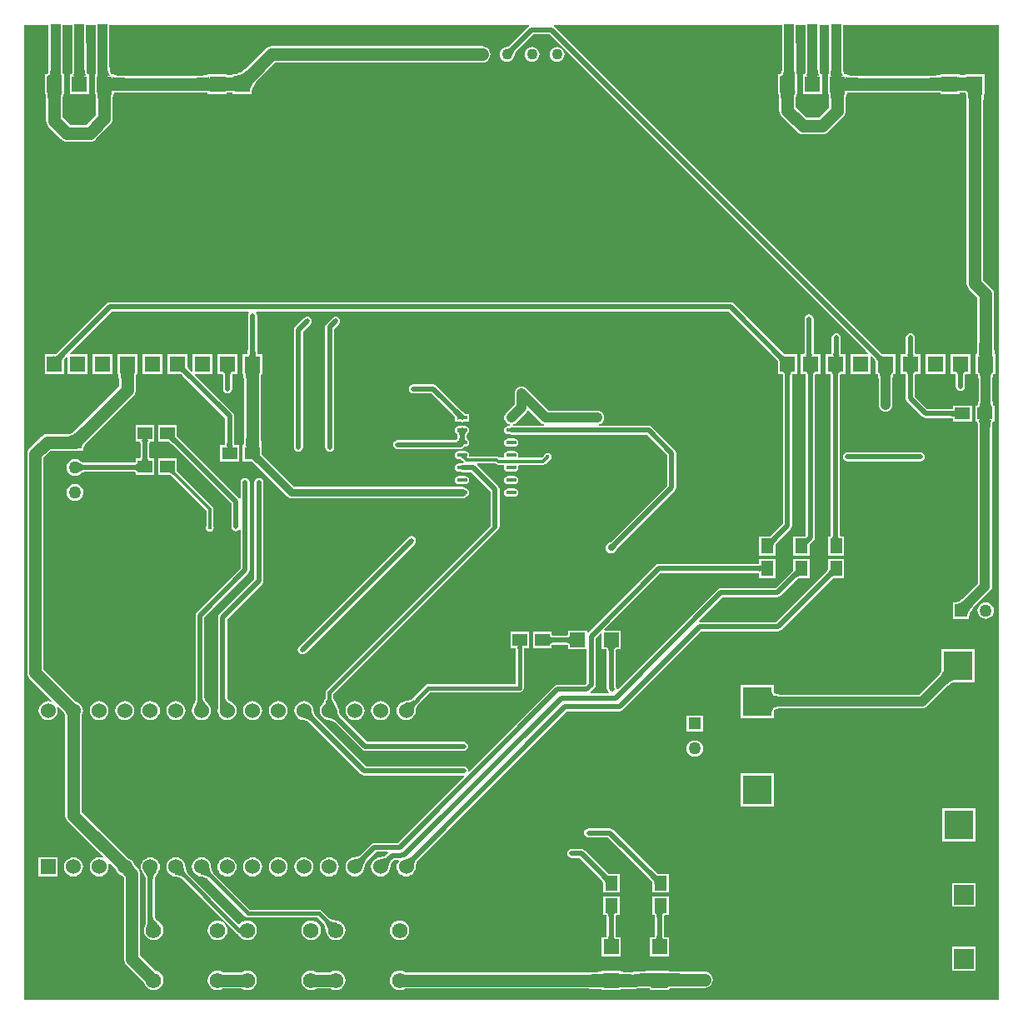
<source format=gtl>
G04*
G04 #@! TF.GenerationSoftware,Altium Limited,Altium Designer,18.0.7 (293)*
G04*
G04 Layer_Physical_Order=1*
G04 Layer_Color=255*
%FSLAX25Y25*%
%MOIN*%
G70*
G01*
G75*
%ADD10O,0.04134X0.01654*%
%ADD11R,0.04134X0.01654*%
%ADD12R,0.06000X0.06000*%
%ADD13R,0.06000X0.05000*%
%ADD14R,0.06000X0.06000*%
%ADD15R,0.05000X0.06000*%
%ADD16C,0.01968*%
%ADD17C,0.03937*%
%ADD18C,0.05000*%
%ADD19C,0.01181*%
%ADD20C,0.02000*%
%ADD21C,0.01575*%
%ADD22C,0.01500*%
%ADD23C,0.03000*%
%ADD24R,0.03937X0.15748*%
%ADD25R,0.07874X0.07874*%
%ADD26R,0.11811X0.11811*%
%ADD27C,0.06000*%
%ADD28C,0.06200*%
%ADD29C,0.04331*%
%ADD30C,0.05000*%
%ADD31R,0.05000X0.05000*%
%ADD32R,0.05000X0.05000*%
%ADD33R,0.06299X0.06299*%
%ADD34C,0.02800*%
%ADD35C,0.01575*%
%ADD36C,0.01968*%
G36*
X310034Y486128D02*
X309847Y485930D01*
X309676Y485728D01*
X309521Y485522D01*
X309382Y485311D01*
X309259Y485095D01*
X309153Y484875D01*
X309062Y484651D01*
X308988Y484422D01*
X308930Y484188D01*
X308888Y483951D01*
X306443Y486396D01*
X306680Y486438D01*
X306914Y486496D01*
X307143Y486570D01*
X307367Y486661D01*
X307587Y486767D01*
X307803Y486890D01*
X308014Y487029D01*
X308220Y487184D01*
X308422Y487355D01*
X308620Y487542D01*
X310034Y486128D01*
D02*
G37*
G36*
X440411Y478767D02*
X440462Y478098D01*
X440549Y477508D01*
X440669Y476996D01*
X440824Y476563D01*
X441013Y476208D01*
X441237Y475933D01*
X441495Y475736D01*
X441787Y475618D01*
X442114Y475578D01*
X435839D01*
X435956Y475618D01*
X436061Y475736D01*
X436154Y475933D01*
X436234Y476208D01*
X436302Y476563D01*
X436358Y476996D01*
X436432Y478098D01*
X436457Y479516D01*
X440394D01*
X440411Y478767D01*
D02*
G37*
G36*
X430996D02*
X431086Y477508D01*
X431165Y476996D01*
X431267Y476563D01*
X431391Y476208D01*
X431538Y475933D01*
X431707Y475736D01*
X431899Y475618D01*
X432114Y475578D01*
X425839D01*
X426068Y475618D01*
X426274Y475736D01*
X426455Y475933D01*
X426612Y476208D01*
X426745Y476563D01*
X426854Y476996D01*
X426938Y477508D01*
X426999Y478098D01*
X427047Y479516D01*
X430984D01*
X430996Y478767D01*
D02*
G37*
G36*
X146909D02*
X146966Y478098D01*
X147062Y477508D01*
X147196Y476996D01*
X147369Y476563D01*
X147580Y476208D01*
X147829Y475933D01*
X148117Y475736D01*
X148443Y475618D01*
X148807Y475578D01*
X142532D01*
X142612Y475618D01*
X142683Y475736D01*
X142746Y475933D01*
X142801Y476208D01*
X142848Y476563D01*
X142915Y477508D01*
X142953Y479516D01*
X146890D01*
X146909Y478767D01*
D02*
G37*
G36*
X137650D02*
X137743Y477508D01*
X137825Y476996D01*
X137930Y476563D01*
X138059Y476208D01*
X138211Y475933D01*
X138386Y475736D01*
X138585Y475618D01*
X138807Y475578D01*
X132532D01*
X132754Y475618D01*
X132953Y475736D01*
X133128Y475933D01*
X133280Y476208D01*
X133408Y476563D01*
X133514Y476996D01*
X133596Y477508D01*
X133654Y478098D01*
X133701Y479516D01*
X137638D01*
X137650Y478767D01*
D02*
G37*
G36*
X421580Y478705D02*
X421769Y476146D01*
X421839Y475870D01*
X421920Y475673D01*
X422012Y475555D01*
X422114Y475516D01*
X415839D01*
X416181Y475555D01*
X416486Y475673D01*
X416756Y475870D01*
X416990Y476146D01*
X417188Y476500D01*
X417350Y476933D01*
X417476Y477445D01*
X417566Y478035D01*
X417620Y478705D01*
X417638Y479453D01*
X421575D01*
X421580Y478705D01*
D02*
G37*
G36*
X128078D02*
X128189Y476933D01*
X128255Y476500D01*
X128336Y476146D01*
X128431Y475870D01*
X128542Y475673D01*
X128667Y475555D01*
X128807Y475516D01*
X122532D01*
X122836Y475555D01*
X123108Y475673D01*
X123349Y475870D01*
X123557Y476146D01*
X123733Y476500D01*
X123878Y476933D01*
X123990Y477445D01*
X124070Y478035D01*
X124118Y478705D01*
X124134Y479453D01*
X128071D01*
X128078Y478705D01*
D02*
G37*
G36*
X490878Y474958D02*
X491203Y474947D01*
X492153Y474941D01*
Y469941D01*
X491203Y469935D01*
X490878Y469912D01*
Y469303D01*
X497153D01*
X497032Y469253D01*
X496924Y469103D01*
X496828Y468853D01*
X496745Y468503D01*
X496675Y468053D01*
X496573Y466853D01*
X496522Y465253D01*
X496516Y464303D01*
X491516D01*
X491509Y465253D01*
X491286Y468503D01*
X491203Y468853D01*
X491108Y469103D01*
X490999Y469253D01*
X490878Y469303D01*
X490828Y469424D01*
X490678Y469533D01*
X490428Y469628D01*
X490078Y469711D01*
X489628Y469781D01*
X489336Y469806D01*
X487953Y469711D01*
X487603Y469628D01*
X487353Y469533D01*
X487203Y469424D01*
X487153Y469303D01*
Y469924D01*
X486828Y469935D01*
X485878Y469941D01*
Y474941D01*
X486828Y474947D01*
X487153Y474970D01*
Y475578D01*
X487203Y475457D01*
X487353Y475349D01*
X487603Y475253D01*
X487953Y475171D01*
X488403Y475100D01*
X488695Y475075D01*
X490078Y475171D01*
X490428Y475253D01*
X490678Y475349D01*
X490828Y475457D01*
X490878Y475578D01*
Y474958D01*
D02*
G37*
G36*
X207382Y475578D02*
X206710Y474879D01*
X205579Y473529D01*
X205119Y472878D01*
X204730Y472242D01*
X204412Y471622D01*
X204165Y471019D01*
X203988Y470431D01*
X203882Y469859D01*
X203846Y469303D01*
X198846Y474303D01*
Y469941D01*
X197896Y469935D01*
X197571Y469912D01*
Y469303D01*
X197521Y469424D01*
X197371Y469533D01*
X197121Y469628D01*
X196771Y469711D01*
X196321Y469781D01*
X196029Y469806D01*
X194646Y469711D01*
X194296Y469628D01*
X194046Y469533D01*
X193896Y469424D01*
X193846Y469303D01*
Y469924D01*
X193521Y469935D01*
X192571Y469941D01*
Y474941D01*
X193521Y474947D01*
X193846Y474970D01*
Y475578D01*
X193896Y475457D01*
X194046Y475349D01*
X194296Y475253D01*
X194646Y475171D01*
X195096Y475100D01*
X195388Y475075D01*
X196771Y475171D01*
X197121Y475253D01*
X197371Y475349D01*
X197521Y475457D01*
X197571Y475578D01*
Y474958D01*
X197896Y474947D01*
X198204Y474945D01*
X197571Y475578D01*
X198127Y475614D01*
X198699Y475720D01*
X199286Y475897D01*
X199890Y476144D01*
X200510Y476462D01*
X201145Y476851D01*
X201797Y477311D01*
X202464Y477841D01*
X203846Y479114D01*
X207382Y475578D01*
D02*
G37*
G36*
X480878Y469303D02*
X480828Y469424D01*
X480678Y469533D01*
X480428Y469628D01*
X480078Y469711D01*
X479628Y469781D01*
X478428Y469884D01*
X476828Y469935D01*
X475878Y469941D01*
Y474941D01*
X476828Y474947D01*
X480078Y475171D01*
X480428Y475253D01*
X480678Y475349D01*
X480828Y475457D01*
X480878Y475578D01*
Y469303D01*
D02*
G37*
G36*
X187571D02*
X187521Y469424D01*
X187371Y469533D01*
X187121Y469628D01*
X186771Y469711D01*
X186321Y469781D01*
X185121Y469884D01*
X183521Y469935D01*
X182571Y469941D01*
Y474941D01*
X183521Y474947D01*
X186771Y475171D01*
X187121Y475253D01*
X187371Y475349D01*
X187521Y475457D01*
X187571Y475578D01*
Y469303D01*
D02*
G37*
G36*
X435669Y488724D02*
X435645Y488543D01*
Y479044D01*
X435630Y478132D01*
X435558Y477074D01*
X435509Y476690D01*
X435453Y476397D01*
X435447Y476378D01*
X435039D01*
Y475639D01*
X435038Y475634D01*
X435039Y475622D01*
Y475596D01*
X435036Y475578D01*
X435039Y475561D01*
Y469321D01*
X435036Y469303D01*
X435036Y469303D01*
X435036Y469302D01*
X435039Y469285D01*
Y468504D01*
X435422D01*
X435450Y468383D01*
X435661Y465321D01*
Y463150D01*
X431427Y458916D01*
X426473D01*
X422292Y463097D01*
Y465383D01*
X422335Y466744D01*
X422433Y467894D01*
X422494Y468286D01*
X422531Y468441D01*
X422913D01*
Y469222D01*
X422917Y469239D01*
X422917Y469240D01*
X422917Y469240D01*
X422913Y469258D01*
Y475498D01*
X422917Y475516D01*
X422915Y475526D01*
X422917Y475536D01*
X422913Y475550D01*
Y476315D01*
X422561D01*
X422386Y478694D01*
Y488543D01*
X422362Y488724D01*
Y496178D01*
X426260D01*
Y488724D01*
X426236Y488543D01*
Y479285D01*
X426197Y478153D01*
X426142Y477614D01*
X426067Y477159D01*
X425978Y476802D01*
X425883Y476550D01*
X425803Y476410D01*
X425778Y476383D01*
X425750Y476378D01*
X425039D01*
Y475596D01*
X425036Y475578D01*
X425039Y475561D01*
Y468504D01*
X432913D01*
Y475561D01*
X432917Y475578D01*
X432913Y475596D01*
Y476378D01*
X432214D01*
X432204Y476389D01*
X432128Y476532D01*
X432038Y476788D01*
X431954Y477149D01*
X431884Y477598D01*
X431798Y478802D01*
X431795Y478969D01*
Y488543D01*
X431772Y488724D01*
Y496178D01*
X435669D01*
Y488724D01*
D02*
G37*
G36*
X142165Y488803D02*
X142142Y488622D01*
Y479081D01*
X142113Y477544D01*
X142048Y476643D01*
X142014Y476378D01*
X141732D01*
Y475596D01*
X141729Y475578D01*
X141732Y475561D01*
Y475540D01*
X141730Y475527D01*
X141732Y475520D01*
Y469321D01*
X141729Y469303D01*
X141729Y469303D01*
X141729Y469302D01*
X141732Y469285D01*
Y468504D01*
X142115D01*
X142143Y468383D01*
X142353Y465321D01*
Y459943D01*
X138427Y456016D01*
X132073D01*
X128985Y459104D01*
Y465383D01*
X129028Y466744D01*
X129126Y467894D01*
X129187Y468286D01*
X129224Y468441D01*
X129606D01*
Y469222D01*
X129610Y469239D01*
X129610Y469240D01*
X129610Y469240D01*
X129606Y469258D01*
Y475498D01*
X129610Y475516D01*
X129606Y475533D01*
Y476315D01*
X129127D01*
X129109Y476367D01*
X129044Y476650D01*
X128988Y477019D01*
X128882Y478714D01*
Y488622D01*
X128858Y488803D01*
Y496178D01*
X132756D01*
Y479961D01*
X132890D01*
Y479276D01*
X132852Y478151D01*
X132799Y477611D01*
X132726Y477154D01*
X132639Y476795D01*
X132547Y476541D01*
X132468Y476400D01*
X132451Y476379D01*
X132442Y476378D01*
X131732D01*
Y475596D01*
X131729Y475578D01*
X131732Y475561D01*
Y468504D01*
X139606D01*
Y475561D01*
X139610Y475578D01*
X139606Y475596D01*
Y476378D01*
X138897D01*
X138888Y476379D01*
X138870Y476400D01*
X138792Y476541D01*
X138700Y476795D01*
X138613Y477154D01*
X138541Y477601D01*
X138452Y478804D01*
X138449Y478988D01*
Y488465D01*
X138354Y489184D01*
X138268Y489393D01*
Y496178D01*
X142165D01*
Y488803D01*
D02*
G37*
G36*
X442164Y475457D02*
X442314Y475349D01*
X442564Y475253D01*
X442914Y475171D01*
X443364Y475100D01*
X444564Y474998D01*
X446164Y474947D01*
X447114Y474941D01*
Y469941D01*
X446164Y469935D01*
X442914Y469711D01*
X442564Y469628D01*
X442314Y469533D01*
X442164Y469424D01*
X442114Y469303D01*
X441993Y469253D01*
X441884Y469103D01*
X441789Y468853D01*
X441706Y468503D01*
X441636Y468053D01*
X441534Y466853D01*
X441483Y465253D01*
X441476Y464303D01*
X436476D01*
X436470Y465253D01*
X436247Y468503D01*
X436164Y468853D01*
X436068Y469103D01*
X435960Y469253D01*
X435839Y469303D01*
X442114D01*
Y475578D01*
X442164Y475457D01*
D02*
G37*
G36*
X148857D02*
X149007Y475349D01*
X149257Y475253D01*
X149607Y475171D01*
X150057Y475100D01*
X151257Y474998D01*
X152857Y474947D01*
X153807Y474941D01*
Y469941D01*
X152857Y469935D01*
X149607Y469711D01*
X149257Y469628D01*
X149007Y469533D01*
X148857Y469424D01*
X148807Y469303D01*
X148686Y469253D01*
X148577Y469103D01*
X148482Y468853D01*
X148399Y468503D01*
X148329Y468053D01*
X148227Y466853D01*
X148176Y465253D01*
X148169Y464303D01*
X143169D01*
X143163Y465253D01*
X142940Y468503D01*
X142857Y468853D01*
X142761Y469103D01*
X142653Y469253D01*
X142532Y469303D01*
X148807D01*
Y475578D01*
X148857Y475457D01*
D02*
G37*
G36*
X421993Y469190D02*
X421884Y469040D01*
X421789Y468790D01*
X421706Y468440D01*
X421636Y467990D01*
X421534Y466790D01*
X421483Y465190D01*
X421476Y464240D01*
X416476D01*
X416470Y465190D01*
X416247Y468440D01*
X416164Y468790D01*
X416068Y469040D01*
X415960Y469190D01*
X415839Y469240D01*
X422114D01*
X421993Y469190D01*
D02*
G37*
G36*
X128686D02*
X128577Y469040D01*
X128482Y468790D01*
X128399Y468440D01*
X128329Y467990D01*
X128227Y466790D01*
X128176Y465190D01*
X128169Y464240D01*
X123169D01*
X123163Y465190D01*
X122940Y468440D01*
X122857Y468790D01*
X122761Y469040D01*
X122653Y469190D01*
X122532Y469240D01*
X128807D01*
X128686Y469190D01*
D02*
G37*
G36*
X500695Y367629D02*
X500918Y364378D01*
X501001Y364029D01*
X501097Y363778D01*
X501205Y363629D01*
X501327Y363579D01*
X495051D01*
X495173Y363629D01*
X495281Y363778D01*
X495377Y364029D01*
X495459Y364378D01*
X495530Y364828D01*
X495632Y366028D01*
X495683Y367629D01*
X495689Y368579D01*
X500689D01*
X500695Y367629D01*
D02*
G37*
G36*
X455114Y364932D02*
X455463Y364596D01*
X456199Y363971D01*
X456525Y363743D01*
X456822Y363573D01*
X457091Y363458D01*
X457331Y363400D01*
X457542Y363399D01*
X457725Y363455D01*
X457880Y363566D01*
X457293Y362979D01*
X457662Y362654D01*
X457881Y362518D01*
X458057Y362437D01*
X458190Y362409D01*
X456220Y360440D01*
X456193Y360573D01*
X456111Y360749D01*
X455975Y360968D01*
X455785Y361231D01*
X455676Y361362D01*
X455063Y360750D01*
X455175Y360905D01*
X455231Y361088D01*
X455230Y361299D01*
X455172Y361539D01*
X455057Y361808D01*
X454886Y362105D01*
X454659Y362431D01*
X454375Y362785D01*
X453660Y363554D01*
X453499Y363717D01*
X454913Y365131D01*
X455114Y364932D01*
D02*
G37*
G36*
X501104Y357264D02*
X500906Y357146D01*
X500730Y356949D01*
X500578Y356673D01*
X500450Y356319D01*
X500345Y355886D01*
X500263Y355374D01*
X500204Y354784D01*
X500157Y353366D01*
X496220D01*
X496209Y354114D01*
X496115Y355374D01*
X496033Y355886D01*
X495928Y356319D01*
X495800Y356673D01*
X495648Y356949D01*
X495472Y357146D01*
X495273Y357264D01*
X495051Y357303D01*
X501327D01*
X501104Y357264D01*
D02*
G37*
G36*
X461104D02*
X460906Y357146D01*
X460730Y356949D01*
X460578Y356673D01*
X460450Y356319D01*
X460345Y355886D01*
X460263Y355374D01*
X460204Y354784D01*
X460157Y353366D01*
X456220D01*
X456209Y354114D01*
X456115Y355374D01*
X456033Y355886D01*
X455928Y356319D01*
X455800Y356673D01*
X455648Y356949D01*
X455472Y357146D01*
X455273Y357264D01*
X455051Y357303D01*
X461327D01*
X461104Y357264D01*
D02*
G37*
G36*
X500166Y346235D02*
X500295Y344463D01*
X500373Y344030D01*
X500468Y343675D01*
X500580Y343400D01*
X500709Y343203D01*
X500856Y343085D01*
X501019Y343046D01*
X495044D01*
X495267Y343085D01*
X495467Y343203D01*
X495644Y343400D01*
X495797Y343675D01*
X495926Y344030D01*
X496032Y344463D01*
X496114Y344975D01*
X496173Y345565D01*
X496220Y346983D01*
X500157D01*
X500166Y346235D01*
D02*
G37*
G36*
X500826Y338030D02*
X500653Y337912D01*
X500500Y337715D01*
X500367Y337440D01*
X500255Y337085D01*
X500163Y336652D01*
X500092Y336140D01*
X500041Y335550D01*
X500000Y334133D01*
X496063D01*
X496053Y334881D01*
X495900Y336652D01*
X495808Y337085D01*
X495696Y337440D01*
X495563Y337715D01*
X495410Y337912D01*
X495237Y338030D01*
X495044Y338070D01*
X501019D01*
X500826Y338030D01*
D02*
G37*
G36*
X493618Y264299D02*
X493089Y263748D01*
X492199Y262682D01*
X491837Y262167D01*
X491530Y261663D01*
X491280Y261171D01*
X491085Y260692D01*
X490946Y260224D01*
X490862Y259767D01*
X490835Y259323D01*
X485858Y264299D01*
X486303Y264327D01*
X486759Y264410D01*
X487227Y264550D01*
X487707Y264744D01*
X488199Y264995D01*
X488702Y265301D01*
X489217Y265663D01*
X489745Y266081D01*
X490835Y267083D01*
X493618Y264299D01*
D02*
G37*
G36*
X503678Y106122D02*
X113622D01*
X113622Y496178D01*
X123346D01*
Y488803D01*
X123323Y488622D01*
Y479072D01*
X123316Y478742D01*
X123271Y478118D01*
X123198Y477585D01*
X123102Y477146D01*
X122989Y476807D01*
X122871Y476570D01*
X122766Y476430D01*
X122686Y476365D01*
X122621Y476337D01*
X122453Y476315D01*
X121732D01*
Y475533D01*
X121729Y475516D01*
X121732Y475498D01*
Y469258D01*
X121729Y469240D01*
X121729Y469240D01*
X121729Y469239D01*
X121732Y469222D01*
Y468441D01*
X122115D01*
X122143Y468320D01*
X122353Y465258D01*
Y457731D01*
X122467Y456873D01*
X122798Y456073D01*
X123325Y455386D01*
X128355Y450355D01*
X129042Y449828D01*
X129842Y449497D01*
X130700Y449384D01*
X139800D01*
X140658Y449497D01*
X141458Y449828D01*
X142145Y450355D01*
X148014Y456225D01*
X148541Y456911D01*
X148872Y457711D01*
X148985Y458569D01*
Y465446D01*
X149028Y466807D01*
X149126Y467957D01*
X149187Y468349D01*
X149224Y468504D01*
X149606D01*
Y468886D01*
X149728Y468915D01*
X152789Y469125D01*
X183714D01*
X185074Y469082D01*
X186225Y468984D01*
X186616Y468923D01*
X186772Y468886D01*
Y468504D01*
X187553D01*
X187570Y468501D01*
X187571Y468501D01*
X187571Y468501D01*
X187588Y468504D01*
X193829D01*
X193846Y468501D01*
X193847Y468501D01*
X193847Y468501D01*
X193864Y468504D01*
X194646D01*
Y468886D01*
X194767Y468915D01*
X196023Y469001D01*
X196225Y468984D01*
X196616Y468923D01*
X196772Y468886D01*
Y468504D01*
X197553D01*
X197570Y468501D01*
X197571Y468501D01*
X197571Y468501D01*
X197588Y468504D01*
X203788D01*
X203795Y468502D01*
X203809Y468504D01*
X203829D01*
X203846Y468501D01*
X203864Y468504D01*
X204646D01*
Y469246D01*
X204647Y469252D01*
X204680Y469760D01*
X204769Y470242D01*
X204922Y470750D01*
X205142Y471286D01*
X205431Y471848D01*
X205790Y472436D01*
X206215Y473039D01*
X207308Y474343D01*
X207506Y474549D01*
X213893Y480936D01*
X296744D01*
X297602Y481049D01*
X298402Y481380D01*
X299089Y481907D01*
X299616Y482594D01*
X299947Y483394D01*
X300060Y484252D01*
X299947Y485110D01*
X299616Y485910D01*
X299089Y486597D01*
X298402Y487123D01*
X297602Y487455D01*
X296744Y487568D01*
X212520D01*
X211662Y487455D01*
X210862Y487123D01*
X210175Y486597D01*
X203059Y479481D01*
X201942Y478452D01*
X201315Y477954D01*
X200704Y477522D01*
X200116Y477163D01*
X199554Y476874D01*
X199018Y476654D01*
X198509Y476501D01*
X198028Y476412D01*
X197520Y476380D01*
X197513Y476378D01*
X196772D01*
Y475996D01*
X196650Y475967D01*
X195395Y475881D01*
X195192Y475898D01*
X194801Y475959D01*
X194646Y475996D01*
Y476378D01*
X193864D01*
X193847Y476381D01*
X193847Y476381D01*
X193846Y476381D01*
X193829Y476378D01*
X187588D01*
X187571Y476381D01*
X187571Y476381D01*
X187570Y476381D01*
X187553Y476378D01*
X186772D01*
Y475996D01*
X186650Y475967D01*
X183589Y475757D01*
X152664D01*
X151304Y475800D01*
X150153Y475898D01*
X149761Y475959D01*
X149606Y475996D01*
Y476378D01*
X148882D01*
X148625Y476406D01*
X148486Y476456D01*
X148361Y476542D01*
X148229Y476688D01*
X148091Y476919D01*
X147961Y477247D01*
X147849Y477674D01*
X147764Y478197D01*
X147711Y478812D01*
X147701Y479201D01*
Y488622D01*
X147677Y488803D01*
Y496178D01*
X315587D01*
X315739Y495678D01*
X315298Y495383D01*
X307765Y487850D01*
X307719Y487812D01*
X307552Y487686D01*
X307383Y487575D01*
X307213Y487478D01*
X307042Y487395D01*
X306869Y487325D01*
X306693Y487268D01*
X306514Y487224D01*
X306304Y487187D01*
X306246Y487165D01*
X305973Y487129D01*
X305255Y486831D01*
X304638Y486358D01*
X304165Y485741D01*
X303867Y485023D01*
X303766Y484252D01*
X303867Y483481D01*
X304165Y482763D01*
X304638Y482146D01*
X305255Y481673D01*
X305973Y481375D01*
X306744Y481274D01*
X307515Y481375D01*
X308233Y481673D01*
X308850Y482146D01*
X309323Y482763D01*
X309621Y483481D01*
X309657Y483754D01*
X309679Y483811D01*
X309716Y484022D01*
X309760Y484201D01*
X309818Y484377D01*
X309887Y484550D01*
X309970Y484721D01*
X310067Y484891D01*
X310178Y485060D01*
X310304Y485227D01*
X310342Y485272D01*
X317341Y492272D01*
X323780D01*
X451213Y364840D01*
X451021Y364378D01*
X444252D01*
Y356504D01*
X452126D01*
Y363273D01*
X452588Y363465D01*
X453424Y362629D01*
X453767Y362260D01*
X454016Y361949D01*
X454208Y361674D01*
X454252Y361598D01*
Y357321D01*
X454249Y357303D01*
X454252Y357286D01*
Y356504D01*
X454961D01*
X454970Y356502D01*
X454988Y356482D01*
X455066Y356341D01*
X455159Y356087D01*
X455246Y355728D01*
X455317Y355281D01*
X455406Y354078D01*
X455409Y353894D01*
Y344016D01*
X455504Y343296D01*
X455782Y342626D01*
X456223Y342050D01*
X456799Y341609D01*
X457470Y341331D01*
X458189Y341236D01*
X458908Y341331D01*
X459579Y341609D01*
X460154Y342050D01*
X460596Y342626D01*
X460874Y343296D01*
X460969Y344016D01*
Y353606D01*
X461006Y354731D01*
X461059Y355271D01*
X461132Y355728D01*
X461220Y356087D01*
X461312Y356341D01*
X461390Y356482D01*
X461408Y356502D01*
X461416Y356504D01*
X462126D01*
Y357286D01*
X462129Y357303D01*
X462126Y357321D01*
Y364378D01*
X457032D01*
X456956Y364422D01*
X456690Y364608D01*
X456097Y365110D01*
X325824Y495383D01*
X325383Y495678D01*
X325535Y496178D01*
X416850D01*
Y488724D01*
X416827Y488543D01*
Y479115D01*
X416818Y478746D01*
X416768Y478128D01*
X416688Y477601D01*
X416581Y477170D01*
X416457Y476838D01*
X416327Y476605D01*
X416206Y476462D01*
X416099Y476384D01*
X415987Y476341D01*
X415763Y476315D01*
X415039D01*
Y475533D01*
X415036Y475516D01*
X415039Y475498D01*
Y469258D01*
X415036Y469240D01*
X415036Y469240D01*
X415036Y469239D01*
X415039Y469222D01*
Y468441D01*
X415422D01*
X415450Y468320D01*
X415661Y465258D01*
Y461724D01*
X415774Y460865D01*
X416105Y460066D01*
X416632Y459379D01*
X422755Y453255D01*
X423442Y452729D01*
X424242Y452397D01*
X425100Y452284D01*
X432800D01*
X433658Y452397D01*
X434458Y452729D01*
X435145Y453255D01*
X441321Y459432D01*
X441848Y460118D01*
X442179Y460918D01*
X442292Y461776D01*
Y465446D01*
X442336Y466807D01*
X442433Y467957D01*
X442494Y468349D01*
X442531Y468504D01*
X442913D01*
Y468886D01*
X443035Y468915D01*
X446096Y469125D01*
X477021D01*
X478381Y469082D01*
X479532Y468984D01*
X479923Y468923D01*
X480079Y468886D01*
Y468504D01*
X480860D01*
X480877Y468501D01*
X480878Y468501D01*
X480878Y468501D01*
X480895Y468504D01*
X487136D01*
X487153Y468501D01*
X487154Y468501D01*
X487154Y468501D01*
X487172Y468504D01*
X487953D01*
Y468886D01*
X488074Y468915D01*
X489330Y469001D01*
X489532Y468984D01*
X489923Y468923D01*
X490079Y468886D01*
Y468504D01*
X490461D01*
X490490Y468383D01*
X490700Y465321D01*
Y392684D01*
X490813Y391826D01*
X491144Y391026D01*
X491671Y390340D01*
X494873Y387138D01*
Y367435D01*
X494830Y366075D01*
X494732Y364925D01*
X494671Y364533D01*
X494634Y364378D01*
X494252D01*
Y363597D01*
X494248Y363580D01*
X494249Y363579D01*
X494248Y363579D01*
X494252Y363561D01*
Y357321D01*
X494248Y357303D01*
X494252Y357286D01*
Y356504D01*
X494961D01*
X494970Y356502D01*
X494988Y356482D01*
X495066Y356341D01*
X495158Y356087D01*
X495246Y355728D01*
X495317Y355281D01*
X495406Y354078D01*
X495409Y353894D01*
Y346745D01*
X495372Y345618D01*
X495318Y345078D01*
X495245Y344622D01*
X495157Y344264D01*
X495064Y344010D01*
X494986Y343869D01*
X494967Y343847D01*
X494954Y343845D01*
X494244D01*
Y343063D01*
X494241Y343046D01*
X494244Y343028D01*
Y338087D01*
X494241Y338070D01*
X494244Y338052D01*
Y337270D01*
X494887D01*
X494948Y337143D01*
X495031Y336880D01*
X495104Y336534D01*
X495250Y334841D01*
X495252Y334739D01*
Y272647D01*
X490132Y267528D01*
X489223Y266692D01*
X488737Y266307D01*
X488262Y265973D01*
X487807Y265697D01*
X487373Y265475D01*
X486961Y265308D01*
X486572Y265192D01*
X486205Y265125D01*
X485808Y265100D01*
X485801Y265098D01*
X485059D01*
Y264316D01*
X485056Y264299D01*
X485059Y264282D01*
Y264263D01*
X485057Y264249D01*
X485059Y264242D01*
Y258524D01*
X490777D01*
X490784Y258522D01*
X490798Y258524D01*
X490817D01*
X490835Y258520D01*
X490852Y258524D01*
X491634D01*
Y259266D01*
X491636Y259273D01*
X491661Y259670D01*
X491728Y260036D01*
X491844Y260425D01*
X492011Y260838D01*
X492232Y261272D01*
X492509Y261727D01*
X492836Y262193D01*
X493688Y263212D01*
X493907Y263441D01*
X499997Y269531D01*
X500439Y270106D01*
X500716Y270777D01*
X500811Y271496D01*
Y334411D01*
X500843Y335504D01*
X500890Y336051D01*
X500954Y336513D01*
X501032Y336880D01*
X501115Y337143D01*
X501176Y337270D01*
X501819D01*
Y338052D01*
X501822Y338070D01*
X501819Y338087D01*
Y343028D01*
X501822Y343046D01*
X501819Y343063D01*
Y343845D01*
X501266D01*
X501230Y343932D01*
X501157Y344205D01*
X501093Y344563D01*
X500969Y346268D01*
Y353606D01*
X501006Y354731D01*
X501059Y355271D01*
X501132Y355728D01*
X501220Y356087D01*
X501312Y356341D01*
X501390Y356482D01*
X501408Y356502D01*
X501416Y356504D01*
X502126D01*
Y357286D01*
X502129Y357303D01*
X502126Y357321D01*
Y363561D01*
X502129Y363579D01*
X502129Y363579D01*
X502129Y363580D01*
X502126Y363597D01*
Y364378D01*
X501744D01*
X501715Y364499D01*
X501505Y367561D01*
Y388511D01*
X501392Y389369D01*
X501060Y390169D01*
X500534Y390856D01*
X497331Y394058D01*
Y465446D01*
X497375Y466807D01*
X497473Y467957D01*
X497534Y468349D01*
X497571Y468504D01*
X497953D01*
Y469285D01*
X497956Y469302D01*
X497956Y469303D01*
X497956Y469303D01*
X497953Y469321D01*
Y476378D01*
X490895D01*
X490878Y476381D01*
X490878Y476381D01*
X490877Y476381D01*
X490860Y476378D01*
X490079D01*
Y475996D01*
X489957Y475967D01*
X488702Y475881D01*
X488499Y475898D01*
X488108Y475959D01*
X487953Y475996D01*
Y476378D01*
X487172D01*
X487154Y476381D01*
X487154Y476381D01*
X487153Y476381D01*
X487136Y476378D01*
X480895D01*
X480878Y476381D01*
X480878Y476381D01*
X480877Y476381D01*
X480860Y476378D01*
X480079D01*
Y475996D01*
X479957Y475967D01*
X476896Y475757D01*
X445971D01*
X444611Y475800D01*
X443460Y475898D01*
X443069Y475959D01*
X442913Y475996D01*
Y476378D01*
X442191D01*
X441989Y476402D01*
X441896Y476440D01*
X441800Y476513D01*
X441685Y476655D01*
X441560Y476889D01*
X441440Y477224D01*
X441338Y477658D01*
X441261Y478187D01*
X441213Y478807D01*
X441205Y479162D01*
Y488543D01*
X441181Y488724D01*
Y496178D01*
X503678D01*
X503678Y106122D01*
D02*
G37*
%LPC*%
G36*
X326772Y487230D02*
X326001Y487129D01*
X325283Y486831D01*
X324666Y486358D01*
X324192Y485741D01*
X323895Y485023D01*
X323793Y484252D01*
X323895Y483481D01*
X324192Y482763D01*
X324666Y482146D01*
X325283Y481673D01*
X326001Y481375D01*
X326772Y481274D01*
X327542Y481375D01*
X328261Y481673D01*
X328878Y482146D01*
X329351Y482763D01*
X329648Y483481D01*
X329750Y484252D01*
X329648Y485023D01*
X329351Y485741D01*
X328878Y486358D01*
X328261Y486831D01*
X327542Y487129D01*
X326772Y487230D01*
D02*
G37*
G36*
X316744Y487230D02*
X315973Y487129D01*
X315255Y486831D01*
X314638Y486358D01*
X314165Y485741D01*
X313867Y485023D01*
X313766Y484252D01*
X313867Y483481D01*
X314165Y482763D01*
X314638Y482146D01*
X315255Y481673D01*
X315973Y481375D01*
X316744Y481274D01*
X317515Y481375D01*
X318233Y481673D01*
X318850Y482146D01*
X319323Y482763D01*
X319621Y483481D01*
X319722Y484252D01*
X319621Y485023D01*
X319323Y485741D01*
X318850Y486358D01*
X318233Y486831D01*
X317515Y487129D01*
X316744Y487230D01*
D02*
G37*
G36*
X396117Y385122D02*
X396117Y385122D01*
X147906D01*
X147906Y385122D01*
X147209Y384984D01*
X146618Y384589D01*
X127134Y365105D01*
X126925Y364920D01*
X126624Y364682D01*
X126358Y364498D01*
X126147Y364378D01*
X121732D01*
Y356504D01*
X129606D01*
Y362265D01*
X129768Y362494D01*
X130305Y363122D01*
X130483Y363299D01*
X130945Y363108D01*
Y356504D01*
X138819D01*
Y364378D01*
X132215D01*
X132023Y364840D01*
X148661Y381478D01*
X203344D01*
X203519Y380978D01*
X203198Y380497D01*
X203060Y379800D01*
Y366530D01*
X203011Y365293D01*
X202932Y364481D01*
X202912Y364432D01*
X202880Y364378D01*
X200945D01*
Y357321D01*
X200941Y357303D01*
X200942Y357303D01*
X200941Y357302D01*
X200945Y357285D01*
Y356504D01*
X201327D01*
X201356Y356382D01*
X201566Y353321D01*
Y331159D01*
X201522Y329795D01*
X201423Y328645D01*
X201361Y328254D01*
X201324Y328097D01*
X200937D01*
Y327319D01*
X200934Y327302D01*
X200934Y327300D01*
X200934Y327298D01*
X200937Y327280D01*
Y321522D01*
X204302D01*
X204635Y321332D01*
X205056Y321041D01*
X205945Y320291D01*
X218987Y307248D01*
X219744Y306743D01*
X220636Y306565D01*
X288772D01*
X289664Y306743D01*
X290421Y307248D01*
X290486Y307346D01*
X290642Y307377D01*
X291176Y307734D01*
X291532Y308268D01*
X291658Y308898D01*
X291532Y309527D01*
X291176Y310061D01*
X290642Y310418D01*
X290486Y310449D01*
X290421Y310547D01*
X289664Y311052D01*
X288772Y311230D01*
X221602D01*
X209847Y322985D01*
X209295Y323577D01*
X208892Y324078D01*
X208580Y324522D01*
X208512Y324641D01*
Y327280D01*
X208515Y327298D01*
X208512Y327315D01*
Y328097D01*
X208405D01*
X208198Y331228D01*
Y353446D01*
X208241Y354807D01*
X208339Y355957D01*
X208400Y356349D01*
X208437Y356504D01*
X208819D01*
Y357285D01*
X208822Y357302D01*
X208822Y357303D01*
X208822Y357303D01*
X208819Y357321D01*
Y364378D01*
X206884D01*
X206851Y364432D01*
X206849Y364439D01*
X206704Y366664D01*
Y379800D01*
X206566Y380497D01*
X206245Y380978D01*
X206420Y381478D01*
X395362D01*
X414211Y362629D01*
X414554Y362260D01*
X414803Y361949D01*
X414995Y361674D01*
X415039Y361598D01*
Y356504D01*
X416902D01*
X416973Y356496D01*
X416973Y356496D01*
X417008Y356440D01*
X417054Y356326D01*
X417101Y356153D01*
X417139Y355922D01*
X417154Y355757D01*
Y296499D01*
X412873Y292218D01*
X412482Y291853D01*
X412158Y291591D01*
X411900Y291409D01*
X407567D01*
Y283835D01*
X414142D01*
Y288084D01*
X414247Y288268D01*
X414426Y288527D01*
X414901Y289092D01*
X420265Y294455D01*
X420265Y294456D01*
X420660Y295047D01*
X420799Y295744D01*
Y355757D01*
X420813Y355922D01*
X420852Y356153D01*
X420898Y356326D01*
X420945Y356440D01*
X420979Y356496D01*
X420980Y356496D01*
X421051Y356504D01*
X422913D01*
Y364378D01*
X417819D01*
X417743Y364422D01*
X417477Y364608D01*
X416884Y365110D01*
X397406Y384589D01*
X396815Y384984D01*
X396117Y385122D01*
D02*
G37*
G36*
X188819Y364378D02*
X180945D01*
Y357586D01*
X180483Y357395D01*
X179635Y358242D01*
X179296Y358608D01*
X179053Y358911D01*
X178866Y359180D01*
X178819Y359262D01*
Y360070D01*
X178822Y360087D01*
X178819Y360104D01*
Y364378D01*
X170945D01*
Y356504D01*
X175218D01*
X175236Y356501D01*
X175253Y356504D01*
X176060D01*
X176143Y356457D01*
X176402Y356276D01*
X176985Y355783D01*
X193918Y338850D01*
Y328820D01*
X193904Y328659D01*
X193866Y328433D01*
X193821Y328264D01*
X193775Y328153D01*
X193745Y328104D01*
X193681Y328097D01*
X191937D01*
Y321522D01*
X199512D01*
Y328097D01*
X197768D01*
X197704Y328104D01*
X197673Y328153D01*
X197628Y328264D01*
X197583Y328433D01*
X197545Y328659D01*
X197531Y328820D01*
Y339598D01*
X197393Y340290D01*
X197002Y340876D01*
X181835Y356042D01*
X182027Y356504D01*
X188819D01*
Y364378D01*
D02*
G37*
G36*
X482126D02*
X474252D01*
Y356504D01*
X482126D01*
Y364378D01*
D02*
G37*
G36*
X168819D02*
X160945D01*
Y356504D01*
X168819D01*
Y364378D01*
D02*
G37*
G36*
X148819D02*
X140945D01*
Y356504D01*
X148819D01*
Y364378D01*
D02*
G37*
G36*
X492126D02*
X484252D01*
Y356504D01*
X486114D01*
X486186Y356496D01*
X486186Y356496D01*
X486220Y356440D01*
X486267Y356326D01*
X486313Y356153D01*
X486352Y355922D01*
X486367Y355757D01*
Y351511D01*
X486367Y351511D01*
X486505Y350814D01*
X486900Y350222D01*
X486911Y350211D01*
X487503Y349816D01*
X488200Y349678D01*
X488897Y349816D01*
X489489Y350211D01*
X489884Y350803D01*
X490022Y351500D01*
X490011Y351555D01*
Y355757D01*
X490026Y355922D01*
X490064Y356153D01*
X490111Y356326D01*
X490158Y356440D01*
X490192Y356496D01*
X490192Y356496D01*
X490264Y356504D01*
X492126D01*
Y364378D01*
D02*
G37*
G36*
X198819D02*
X190945D01*
Y356504D01*
X192807D01*
X192878Y356496D01*
X192879Y356496D01*
X192913Y356440D01*
X192960Y356326D01*
X193006Y356153D01*
X193045Y355922D01*
X193060Y355757D01*
Y350394D01*
X193198Y349696D01*
X193593Y349105D01*
X194185Y348710D01*
X194882Y348571D01*
X195579Y348710D01*
X196170Y349105D01*
X196566Y349696D01*
X196704Y350394D01*
Y355757D01*
X196719Y355922D01*
X196757Y356153D01*
X196804Y356326D01*
X196851Y356440D01*
X196885Y356496D01*
X196885Y356496D01*
X196957Y356504D01*
X198819D01*
Y364378D01*
D02*
G37*
G36*
X468189Y372689D02*
X467492Y372550D01*
X466900Y372155D01*
X466505Y371564D01*
X466367Y370866D01*
Y365122D01*
X466352Y364955D01*
X466313Y364722D01*
X466266Y364547D01*
X466220Y364432D01*
X466187Y364378D01*
X464252D01*
Y356504D01*
X466114D01*
X466186Y356496D01*
X466186Y356496D01*
X466220Y356440D01*
X466267Y356326D01*
X466314Y356153D01*
X466352Y355922D01*
X466367Y355757D01*
Y346535D01*
X466367Y346535D01*
X466505Y345838D01*
X466900Y345247D01*
X472878Y339269D01*
X472878Y339269D01*
X473469Y338874D01*
X474167Y338735D01*
X474167Y338735D01*
X484500D01*
X484667Y338720D01*
X484900Y338682D01*
X485075Y338635D01*
X485191Y338588D01*
X485244Y338556D01*
Y337270D01*
X492819D01*
Y343845D01*
X485244D01*
Y342560D01*
X485191Y342527D01*
X485075Y342480D01*
X484900Y342433D01*
X484667Y342395D01*
X484500Y342380D01*
X474922D01*
X470011Y347290D01*
Y355757D01*
X470026Y355922D01*
X470064Y356153D01*
X470111Y356326D01*
X470158Y356440D01*
X470192Y356496D01*
X470192Y356496D01*
X470264Y356504D01*
X472126D01*
Y364378D01*
X470191D01*
X470158Y364432D01*
X470112Y364547D01*
X470065Y364722D01*
X470026Y364955D01*
X470011Y365122D01*
Y370866D01*
X469873Y371564D01*
X469478Y372155D01*
X468886Y372550D01*
X468189Y372689D01*
D02*
G37*
G36*
X277276Y352200D02*
X269291D01*
X268600Y352063D01*
X268014Y351671D01*
X267622Y351085D01*
X267485Y350394D01*
X267622Y349702D01*
X268014Y349116D01*
X268600Y348725D01*
X269291Y348587D01*
X276527D01*
X285155Y339959D01*
X285545Y339543D01*
X285822Y339205D01*
X285917Y339072D01*
Y337283D01*
X287999D01*
X288080Y337229D01*
X288772Y337091D01*
X289463Y337229D01*
X289545Y337283D01*
X291626D01*
Y340512D01*
X290060D01*
X289906Y340580D01*
X289684Y340705D01*
X289441Y340870D01*
X288927Y341297D01*
X278553Y351671D01*
X277967Y352063D01*
X277276Y352200D01*
D02*
G37*
G36*
X309697Y330543D02*
X307217D01*
X306587Y330418D01*
X306053Y330061D01*
X305696Y329527D01*
X305571Y328898D01*
X305696Y328268D01*
X306053Y327734D01*
X306587Y327377D01*
X307217Y327252D01*
X309697D01*
X310327Y327377D01*
X310861Y327734D01*
X311217Y328268D01*
X311343Y328898D01*
X311217Y329527D01*
X310861Y330061D01*
X310327Y330418D01*
X309697Y330543D01*
D02*
G37*
G36*
X288772Y335704D02*
X288080Y335566D01*
X288046Y335543D01*
X287531D01*
X286902Y335418D01*
X286368Y335061D01*
X286011Y334527D01*
X285886Y333898D01*
X286011Y333268D01*
X286246Y332916D01*
X286248Y332910D01*
X286256Y332901D01*
X286368Y332734D01*
X286450Y332679D01*
X286454Y332674D01*
X286571Y332584D01*
X286639Y332515D01*
X286705Y332429D01*
X286767Y332321D01*
X286826Y332188D01*
X286878Y332027D01*
X286923Y331838D01*
X286956Y331620D01*
X286965Y331510D01*
Y331285D01*
X286956Y331176D01*
X286923Y330957D01*
X286878Y330768D01*
X286826Y330607D01*
X286767Y330474D01*
X286705Y330367D01*
X286639Y330280D01*
X286571Y330211D01*
X286454Y330121D01*
X286450Y330116D01*
X286368Y330061D01*
X286316Y329983D01*
X262992D01*
X262301Y329846D01*
X261715Y329454D01*
X261323Y328868D01*
X261186Y328177D01*
X261323Y327486D01*
X261715Y326900D01*
X262301Y326508D01*
X262992Y326371D01*
X288051D01*
X288742Y326508D01*
X289329Y326900D01*
X289680Y327252D01*
X290012D01*
X290642Y327377D01*
X291176Y327734D01*
X291532Y328268D01*
X291658Y328898D01*
X291532Y329527D01*
X291297Y329879D01*
X291295Y329885D01*
X291287Y329894D01*
X291176Y330061D01*
X291093Y330116D01*
X291089Y330121D01*
X290972Y330211D01*
X290904Y330280D01*
X290839Y330367D01*
X290776Y330474D01*
X290717Y330607D01*
X290665Y330768D01*
X290621Y330958D01*
X290587Y331176D01*
X290578Y331285D01*
Y331510D01*
X290587Y331620D01*
X290621Y331838D01*
X290665Y332027D01*
X290717Y332188D01*
X290776Y332321D01*
X290839Y332429D01*
X290904Y332515D01*
X290972Y332584D01*
X291089Y332675D01*
X291093Y332679D01*
X291176Y332734D01*
X291287Y332901D01*
X291295Y332910D01*
X291297Y332916D01*
X291532Y333268D01*
X291658Y333898D01*
X291532Y334527D01*
X291176Y335061D01*
X290642Y335418D01*
X290012Y335543D01*
X289497D01*
X289463Y335566D01*
X288772Y335704D01*
D02*
G37*
G36*
X158819Y364378D02*
X150945D01*
Y357321D01*
X150942Y357303D01*
X150942Y357303D01*
X150942Y357302D01*
X150945Y357285D01*
Y356504D01*
X151327D01*
X151356Y356382D01*
X151566Y353321D01*
Y351452D01*
X135363Y335249D01*
X134478Y334402D01*
X133352Y333443D01*
X132870Y333082D01*
X132436Y332792D01*
X132059Y332578D01*
X131748Y332438D01*
X131526Y332371D01*
X122756D01*
X121898Y332258D01*
X121098Y331927D01*
X120411Y331400D01*
X115687Y326675D01*
X115160Y325989D01*
X114829Y325189D01*
X114716Y324331D01*
Y237098D01*
X114829Y236240D01*
X115160Y235440D01*
X115687Y234754D01*
X124622Y225819D01*
X124339Y225395D01*
X124064Y225509D01*
X123075Y225639D01*
X122086Y225509D01*
X121165Y225127D01*
X120374Y224520D01*
X119766Y223729D01*
X119385Y222808D01*
X119255Y221819D01*
X119385Y220830D01*
X119766Y219909D01*
X120374Y219118D01*
X121165Y218511D01*
X122086Y218129D01*
X123075Y217999D01*
X124064Y218129D01*
X124985Y218511D01*
X125776Y219118D01*
X126383Y219909D01*
X126765Y220830D01*
X126895Y221819D01*
X126765Y222808D01*
X126651Y223083D01*
X127075Y223366D01*
X129629Y220812D01*
X129995Y219927D01*
Y179681D01*
X130108Y178823D01*
X130439Y178023D01*
X130966Y177337D01*
X145091Y163212D01*
X144807Y162788D01*
X144532Y162902D01*
X143543Y163033D01*
X142555Y162902D01*
X141633Y162521D01*
X140842Y161914D01*
X140235Y161123D01*
X139853Y160201D01*
X139723Y159213D01*
X139853Y158224D01*
X140235Y157303D01*
X140842Y156511D01*
X141633Y155904D01*
X142555Y155523D01*
X143543Y155393D01*
X144532Y155523D01*
X145453Y155904D01*
X146245Y156511D01*
X146852Y157303D01*
X147233Y158224D01*
X147363Y159213D01*
X147233Y160201D01*
X147119Y160477D01*
X147543Y160760D01*
X150097Y158206D01*
X150471Y157303D01*
X151078Y156511D01*
X151869Y155904D01*
X152773Y155530D01*
X153377Y154926D01*
Y122520D01*
X153490Y121661D01*
X153821Y120862D01*
X154348Y120175D01*
X161550Y112973D01*
X161567Y112844D01*
X161959Y111898D01*
X162582Y111086D01*
X163394Y110463D01*
X164339Y110071D01*
X165354Y109937D01*
X166369Y110071D01*
X167315Y110463D01*
X168127Y111086D01*
X168750Y111898D01*
X169142Y112844D01*
X169275Y113858D01*
X169142Y114873D01*
X168750Y115819D01*
X168127Y116631D01*
X167315Y117254D01*
X166369Y117646D01*
X166239Y117663D01*
X160009Y123893D01*
Y156299D01*
X159896Y157157D01*
X159564Y157957D01*
X159037Y158644D01*
X157462Y160219D01*
X157088Y161123D01*
X156481Y161914D01*
X155690Y162521D01*
X154786Y162895D01*
X136627Y181054D01*
Y219927D01*
X137001Y220830D01*
X137131Y221819D01*
X137001Y222808D01*
X136619Y223729D01*
X136012Y224520D01*
X135221Y225127D01*
X134318Y225501D01*
X121347Y238472D01*
Y322957D01*
X124129Y325739D01*
X133858D01*
X134074Y325768D01*
X136329D01*
X136346Y325764D01*
X136363Y325768D01*
X137146D01*
Y326491D01*
X137171Y326713D01*
X137241Y326945D01*
X137381Y327256D01*
X137596Y327633D01*
X137886Y328067D01*
X138242Y328543D01*
X139767Y330275D01*
X157227Y347734D01*
X157753Y348421D01*
X158085Y349221D01*
X158198Y350079D01*
Y353446D01*
X158241Y354807D01*
X158339Y355957D01*
X158400Y356349D01*
X158437Y356504D01*
X158819D01*
Y357285D01*
X158822Y357302D01*
X158822Y357303D01*
X158822Y357303D01*
X158819Y357321D01*
Y364378D01*
D02*
G37*
G36*
X238189Y379381D02*
X237492Y379243D01*
X236900Y378848D01*
X234538Y376485D01*
X234143Y375894D01*
X234004Y375197D01*
X234004Y375197D01*
Y327165D01*
X234143Y326468D01*
X234538Y325877D01*
X235129Y325482D01*
X235827Y325343D01*
X236524Y325482D01*
X237115Y325877D01*
X237510Y326468D01*
X237649Y327165D01*
Y374442D01*
X239478Y376270D01*
X239873Y376862D01*
X240011Y377559D01*
X239873Y378257D01*
X239478Y378848D01*
X238886Y379243D01*
X238189Y379381D01*
D02*
G37*
G36*
X226772D02*
X226074Y379243D01*
X225483Y378848D01*
X221940Y375304D01*
X221545Y374713D01*
X221406Y374016D01*
X221406Y374016D01*
Y327165D01*
X221545Y326468D01*
X221940Y325877D01*
X222531Y325482D01*
X223228Y325343D01*
X223926Y325482D01*
X224517Y325877D01*
X224912Y326468D01*
X225051Y327165D01*
Y373261D01*
X228060Y376270D01*
X228455Y376862D01*
X228594Y377559D01*
X228455Y378257D01*
X228060Y378848D01*
X227469Y379243D01*
X226772Y379381D01*
D02*
G37*
G36*
X309697Y325543D02*
X307217D01*
X306587Y325418D01*
X306053Y325061D01*
X305696Y324528D01*
X305571Y323898D01*
X305669Y323401D01*
X305385Y322901D01*
X303732D01*
X303671Y322962D01*
X303215Y323267D01*
X302677Y323374D01*
X291947D01*
X291630Y323760D01*
X291658Y323898D01*
X291532Y324528D01*
X291176Y325061D01*
X290642Y325418D01*
X290012Y325543D01*
X287531D01*
X286902Y325418D01*
X286368Y325061D01*
X286011Y324528D01*
X285886Y323898D01*
X286011Y323268D01*
X286368Y322734D01*
X286902Y322377D01*
X287531Y322252D01*
X288247D01*
X288338Y322211D01*
X288448Y322149D01*
X288565Y322070D01*
X288826Y321856D01*
X289462Y321220D01*
X289255Y320720D01*
X288772D01*
X288074Y320581D01*
X288018Y320543D01*
X287531D01*
X286902Y320418D01*
X286368Y320061D01*
X286011Y319528D01*
X285886Y318898D01*
X286011Y318268D01*
X286368Y317734D01*
X286902Y317377D01*
X287531Y317252D01*
X288018D01*
X288074Y317214D01*
X288772Y317075D01*
X292552D01*
X300146Y309481D01*
Y295724D01*
X234538Y230116D01*
X234190Y229595D01*
X234068Y228980D01*
X234068Y228980D01*
Y226904D01*
X234035Y226707D01*
X233972Y226463D01*
X233883Y226205D01*
X233591Y225572D01*
X233410Y225251D01*
X232922Y224499D01*
X232628Y224097D01*
X232600Y224035D01*
X232365Y223729D01*
X231983Y222808D01*
X231853Y221819D01*
X231983Y220830D01*
X232365Y219909D01*
X232972Y219118D01*
X233763Y218511D01*
X234684Y218129D01*
X235056Y218080D01*
X235111Y218058D01*
X235963Y217902D01*
X236318Y217811D01*
X236655Y217705D01*
X236963Y217587D01*
X237245Y217459D01*
X237499Y217321D01*
X237727Y217174D01*
X237884Y217053D01*
X248734Y206203D01*
X249321Y205812D01*
X250012Y205674D01*
X289370D01*
X290061Y205812D01*
X290647Y206203D01*
X291039Y206789D01*
X291176Y207480D01*
X291039Y208172D01*
X290647Y208758D01*
X290061Y209149D01*
X289370Y209287D01*
X250760D01*
X240439Y219608D01*
X240318Y219765D01*
X240171Y219993D01*
X240033Y220248D01*
X239905Y220529D01*
X239788Y220837D01*
X239685Y221164D01*
X239505Y221939D01*
X239437Y222364D01*
X239413Y222427D01*
X239363Y222808D01*
X238982Y223729D01*
X238747Y224035D01*
X238718Y224097D01*
X238420Y224505D01*
X238168Y224877D01*
X237746Y225591D01*
X237593Y225899D01*
X237468Y226194D01*
X237374Y226463D01*
X237311Y226707D01*
X237279Y226905D01*
Y228315D01*
X302528Y293565D01*
X302666Y293592D01*
X303257Y293987D01*
X303652Y294578D01*
X303791Y295276D01*
Y310236D01*
X303791Y310236D01*
X303652Y310934D01*
X303257Y311525D01*
X303257Y311525D01*
X294719Y320063D01*
X294892Y320564D01*
X302095D01*
X302156Y320503D01*
X302612Y320198D01*
X303150Y320091D01*
X305471D01*
X305738Y319591D01*
X305696Y319528D01*
X305571Y318898D01*
X305696Y318268D01*
X306053Y317734D01*
X306587Y317377D01*
X307217Y317252D01*
X309697D01*
X310327Y317377D01*
X310861Y317734D01*
X311217Y318268D01*
X311343Y318898D01*
X311217Y319528D01*
X311175Y319591D01*
X311442Y320091D01*
X321299D01*
X321837Y320198D01*
X322293Y320503D01*
X323507Y321717D01*
X323646Y321745D01*
X324167Y322093D01*
X324515Y322614D01*
X324637Y323228D01*
X324515Y323843D01*
X324167Y324364D01*
X323646Y324712D01*
X323031Y324834D01*
X322417Y324712D01*
X321896Y324364D01*
X321548Y323843D01*
X321523Y323718D01*
X321432Y323616D01*
X320717Y322901D01*
X311528D01*
X311244Y323401D01*
X311343Y323898D01*
X311217Y324528D01*
X310861Y325061D01*
X310327Y325418D01*
X309697Y325543D01*
D02*
G37*
G36*
X472047Y325051D02*
X442913D01*
X442216Y324912D01*
X441625Y324517D01*
X441230Y323926D01*
X441091Y323228D01*
X441230Y322531D01*
X441625Y321940D01*
X442216Y321545D01*
X442913Y321406D01*
X472047D01*
X472745Y321545D01*
X473336Y321940D01*
X473731Y322531D01*
X473870Y323228D01*
X473731Y323926D01*
X473336Y324517D01*
X472745Y324912D01*
X472047Y325051D01*
D02*
G37*
G36*
X165654Y335965D02*
X158079D01*
Y329390D01*
X159823D01*
X159887Y329383D01*
X159917Y329333D01*
X159962Y329223D01*
X160008Y329054D01*
X160046Y328828D01*
X160060Y328666D01*
Y323299D01*
X160046Y323136D01*
X160008Y322907D01*
X159962Y322736D01*
X159916Y322624D01*
X159889Y322579D01*
X158079D01*
Y321033D01*
X158033Y321005D01*
X157921Y320959D01*
X157750Y320914D01*
X157522Y320876D01*
X157358Y320862D01*
X137823D01*
X137693Y320875D01*
X137464Y320916D01*
X137235Y320973D01*
X137006Y321048D01*
X136777Y321140D01*
X136546Y321250D01*
X136314Y321378D01*
X136081Y321526D01*
X135829Y321706D01*
X135770Y321732D01*
X135516Y321927D01*
X134716Y322258D01*
X133858Y322371D01*
X133000Y322258D01*
X132200Y321927D01*
X131514Y321400D01*
X130987Y320713D01*
X130656Y319913D01*
X130543Y319055D01*
X130656Y318197D01*
X130987Y317397D01*
X131514Y316710D01*
X132200Y316184D01*
X133000Y315852D01*
X133858Y315739D01*
X134716Y315852D01*
X135516Y316184D01*
X135770Y316378D01*
X135829Y316405D01*
X136081Y316584D01*
X136314Y316732D01*
X136546Y316861D01*
X136777Y316971D01*
X137006Y317062D01*
X137235Y317137D01*
X137464Y317194D01*
X137693Y317235D01*
X137823Y317249D01*
X157358D01*
X157522Y317234D01*
X157750Y317197D01*
X157921Y317151D01*
X158033Y317105D01*
X158079Y317078D01*
Y316004D01*
X165654D01*
Y322579D01*
X163844D01*
X163816Y322624D01*
X163770Y322736D01*
X163725Y322907D01*
X163687Y323136D01*
X163672Y323299D01*
Y328666D01*
X163687Y328828D01*
X163724Y329054D01*
X163770Y329223D01*
X163815Y329333D01*
X163845Y329383D01*
X163909Y329390D01*
X165654D01*
Y335965D01*
D02*
G37*
G36*
X309697Y315543D02*
X307217D01*
X306587Y315418D01*
X306053Y315061D01*
X305696Y314528D01*
X305571Y313898D01*
X305696Y313268D01*
X306053Y312734D01*
X306587Y312377D01*
X307217Y312252D01*
X309697D01*
X310327Y312377D01*
X310861Y312734D01*
X311217Y313268D01*
X311343Y313898D01*
X311217Y314528D01*
X310861Y315061D01*
X310327Y315418D01*
X309697Y315543D01*
D02*
G37*
G36*
X290012D02*
X287531D01*
X286902Y315418D01*
X286368Y315061D01*
X286011Y314528D01*
X285886Y313898D01*
X286011Y313268D01*
X286368Y312734D01*
X286902Y312377D01*
X287531Y312252D01*
X290012D01*
X290642Y312377D01*
X291176Y312734D01*
X291532Y313268D01*
X291658Y313898D01*
X291532Y314528D01*
X291176Y315061D01*
X290642Y315418D01*
X290012Y315543D01*
D02*
G37*
G36*
X309697Y310543D02*
X307217D01*
X306587Y310418D01*
X306053Y310061D01*
X305696Y309527D01*
X305571Y308898D01*
X305696Y308268D01*
X306053Y307734D01*
X306587Y307377D01*
X307217Y307252D01*
X309697D01*
X310327Y307377D01*
X310861Y307734D01*
X311217Y308268D01*
X311343Y308898D01*
X311217Y309527D01*
X310861Y310061D01*
X310327Y310418D01*
X309697Y310543D01*
D02*
G37*
G36*
X133858Y312371D02*
X133000Y312258D01*
X132200Y311927D01*
X131514Y311400D01*
X130987Y310713D01*
X130656Y309913D01*
X130543Y309055D01*
X130656Y308197D01*
X130987Y307397D01*
X131514Y306711D01*
X132200Y306184D01*
X133000Y305852D01*
X133858Y305739D01*
X134716Y305852D01*
X135516Y306184D01*
X136203Y306711D01*
X136730Y307397D01*
X137061Y308197D01*
X137174Y309055D01*
X137061Y309913D01*
X136730Y310713D01*
X136203Y311400D01*
X135516Y311927D01*
X134716Y312258D01*
X133858Y312371D01*
D02*
G37*
G36*
X174653Y322579D02*
X167079D01*
Y316004D01*
X171651D01*
X171665Y316001D01*
X171684Y316004D01*
X172045D01*
X172121Y315961D01*
X172245Y315876D01*
X172544Y315627D01*
X186390Y301780D01*
Y295614D01*
X186312Y295496D01*
X186190Y294882D01*
X186312Y294267D01*
X186660Y293746D01*
X187181Y293398D01*
X187795Y293276D01*
X188410Y293398D01*
X188931Y293746D01*
X189279Y294267D01*
X189401Y294882D01*
X189279Y295496D01*
X189208Y295602D01*
X189200Y295738D01*
Y302362D01*
X189093Y302900D01*
X188789Y303356D01*
X175034Y317110D01*
X174821Y317338D01*
X174676Y317517D01*
X174653Y317549D01*
Y322579D01*
D02*
G37*
G36*
X312638Y351362D02*
X311918Y351268D01*
X311248Y350990D01*
X310672Y350548D01*
X310230Y349973D01*
X309953Y349302D01*
X309858Y348583D01*
Y344230D01*
X306491Y340863D01*
X306049Y340287D01*
X305798Y339679D01*
X305696Y339528D01*
X305571Y338898D01*
X305696Y338268D01*
X305798Y338116D01*
X306049Y337508D01*
X306491Y336932D01*
X307067Y336490D01*
X307737Y336213D01*
X307992Y336179D01*
X308023Y335671D01*
X307807Y335591D01*
X307759Y335581D01*
X307732Y335563D01*
X307679Y335543D01*
X307217D01*
X306587Y335418D01*
X306053Y335061D01*
X305696Y334527D01*
X305571Y333898D01*
X305696Y333268D01*
X306053Y332734D01*
X306587Y332377D01*
X307217Y332252D01*
X307702D01*
X307759Y332214D01*
X308457Y332075D01*
X362648D01*
X370780Y323943D01*
Y311836D01*
X348102Y289158D01*
X347961Y289041D01*
X347924Y289014D01*
X347547Y288939D01*
X346823Y288456D01*
X346340Y287732D01*
X346170Y286879D01*
X346340Y286025D01*
X346823Y285302D01*
X347547Y284818D01*
X348400Y284648D01*
X349254Y284818D01*
X349977Y285302D01*
X350461Y286025D01*
X350533Y286391D01*
X350844Y286745D01*
X373891Y309792D01*
X373891Y309792D01*
X374286Y310384D01*
X374425Y311081D01*
X374425Y311081D01*
Y324698D01*
X374286Y325395D01*
X373891Y325986D01*
X373891Y325986D01*
X364691Y335186D01*
X364100Y335581D01*
X363402Y335720D01*
X363402Y335720D01*
X343625D01*
X343554Y336213D01*
X344225Y336490D01*
X344800Y336932D01*
X345242Y337508D01*
X345520Y338178D01*
X345614Y338898D01*
X345520Y339617D01*
X345242Y340287D01*
X344800Y340863D01*
X344225Y341305D01*
X343554Y341583D01*
X342835Y341677D01*
X323474D01*
X314603Y350548D01*
X314028Y350990D01*
X313357Y351268D01*
X312638Y351362D01*
D02*
G37*
G36*
X438413Y372689D02*
X437716Y372550D01*
X437125Y372155D01*
X436730Y371564D01*
X436591Y370866D01*
Y365122D01*
X436576Y364955D01*
X436538Y364722D01*
X436491Y364547D01*
X436444Y364432D01*
X436411Y364378D01*
X434252D01*
Y356504D01*
X436114D01*
X436186Y356496D01*
X436186Y356496D01*
X436220Y356440D01*
X436267Y356326D01*
X436313Y356153D01*
X436352Y355922D01*
X436367Y355757D01*
Y292154D01*
X436352Y291986D01*
X436313Y291754D01*
X436266Y291578D01*
X436220Y291463D01*
X436187Y291409D01*
X435126D01*
Y283835D01*
X441701D01*
Y291409D01*
X440191D01*
X440159Y291463D01*
X440112Y291578D01*
X440065Y291754D01*
X440026Y291986D01*
X440011Y292154D01*
Y355757D01*
X440026Y355922D01*
X440064Y356153D01*
X440111Y356326D01*
X440158Y356440D01*
X440192Y356496D01*
X440192Y356496D01*
X440264Y356504D01*
X442126D01*
Y364378D01*
X440415D01*
X440383Y364432D01*
X440336Y364547D01*
X440289Y364722D01*
X440250Y364955D01*
X440236Y365122D01*
Y370866D01*
X440097Y371564D01*
X439702Y372155D01*
X439111Y372550D01*
X438413Y372689D01*
D02*
G37*
G36*
X427559Y380322D02*
X426862Y380184D01*
X426270Y379789D01*
X425875Y379197D01*
X425737Y378500D01*
Y365122D01*
X425722Y364955D01*
X425683Y364722D01*
X425636Y364547D01*
X425590Y364432D01*
X425557Y364378D01*
X424252D01*
Y356504D01*
X426114D01*
X426186Y356496D01*
X426186Y356496D01*
X426220Y356440D01*
X426267Y356326D01*
X426313Y356153D01*
X426352Y355922D01*
X426367Y355757D01*
Y291934D01*
X426059Y291657D01*
X425854Y291494D01*
X425734Y291409D01*
X421347D01*
Y283835D01*
X427921D01*
Y288154D01*
X428000Y288284D01*
X428123Y288455D01*
X428663Y289074D01*
X429478Y289889D01*
X429478Y289889D01*
X429873Y290480D01*
X430011Y291177D01*
X430011Y291177D01*
Y355757D01*
X430026Y355922D01*
X430064Y356153D01*
X430111Y356326D01*
X430158Y356440D01*
X430192Y356496D01*
X430192Y356496D01*
X430264Y356504D01*
X432126D01*
Y364378D01*
X429561D01*
X429529Y364432D01*
X429482Y364547D01*
X429435Y364722D01*
X429396Y364955D01*
X429382Y365122D01*
Y378500D01*
X429243Y379197D01*
X428848Y379789D01*
X428257Y380184D01*
X427559Y380322D01*
D02*
G37*
G36*
X441701Y282410D02*
X435126D01*
Y278908D01*
X435125Y278900D01*
X435126Y278896D01*
Y278168D01*
X435015Y277972D01*
X434837Y277714D01*
X434363Y277149D01*
X414336Y257122D01*
X383860D01*
X383618Y257587D01*
X393109Y267078D01*
X414912D01*
X414912Y267078D01*
X415609Y267216D01*
X416200Y267611D01*
X422611Y274022D01*
X423004Y274388D01*
X423327Y274649D01*
X423592Y274835D01*
X424450D01*
X424467Y274831D01*
X424485Y274835D01*
X427921D01*
Y282410D01*
X421347D01*
Y278908D01*
X421346Y278900D01*
X421347Y278896D01*
Y278168D01*
X421235Y277972D01*
X421058Y277714D01*
X420584Y277149D01*
X414157Y270722D01*
X392354D01*
X391656Y270584D01*
X391065Y270189D01*
X391065Y270189D01*
X351093Y230216D01*
X350615Y230446D01*
X350503Y231012D01*
X350248Y231394D01*
Y245465D01*
X350262Y245631D01*
X350301Y245861D01*
X350347Y246035D01*
X350394Y246148D01*
X350428Y246205D01*
X350429Y246205D01*
X350500Y246213D01*
X352213D01*
Y253787D01*
X345885D01*
X345694Y254249D01*
X368244Y276800D01*
X406820D01*
X406985Y276785D01*
X407216Y276747D01*
X407389Y276700D01*
X407503Y276653D01*
X407559Y276619D01*
X407559Y276619D01*
X407567Y276547D01*
Y274835D01*
X414142D01*
Y282410D01*
X407567D01*
Y280697D01*
X407559Y280626D01*
X407559Y280625D01*
X407503Y280591D01*
X407389Y280544D01*
X407216Y280498D01*
X406985Y280459D01*
X406820Y280445D01*
X367512D01*
X366814Y280306D01*
X366223Y279911D01*
X366177Y279842D01*
X339213Y252878D01*
X338898Y252949D01*
X338713Y253069D01*
Y253787D01*
X331138D01*
Y252002D01*
X331084Y251970D01*
X330969Y251923D01*
X330793Y251876D01*
X330561Y251837D01*
X330394Y251822D01*
X325398D01*
X325231Y251837D01*
X324998Y251876D01*
X324822Y251923D01*
X324707Y251970D01*
X324654Y252002D01*
Y253287D01*
X317079D01*
Y246713D01*
X324654D01*
Y247998D01*
X324707Y248030D01*
X324822Y248077D01*
X324998Y248124D01*
X325231Y248163D01*
X325398Y248178D01*
X330394D01*
X330561Y248163D01*
X330793Y248124D01*
X330969Y248077D01*
X331084Y248030D01*
X331138Y247998D01*
Y246213D01*
X338603D01*
Y232733D01*
X337945Y232074D01*
X327017D01*
X326325Y231937D01*
X325739Y231545D01*
X291650Y197456D01*
X291329Y197579D01*
X291168Y197681D01*
X291039Y198329D01*
X290647Y198915D01*
X290061Y199307D01*
X289370Y199444D01*
X250366D01*
X230203Y219608D01*
X230082Y219765D01*
X229935Y219993D01*
X229797Y220248D01*
X229669Y220529D01*
X229551Y220837D01*
X229448Y221164D01*
X229269Y221939D01*
X229200Y222364D01*
X229177Y222427D01*
X229127Y222808D01*
X228745Y223729D01*
X228138Y224520D01*
X227347Y225127D01*
X226426Y225509D01*
X225437Y225639D01*
X224448Y225509D01*
X223527Y225127D01*
X222736Y224520D01*
X222129Y223729D01*
X221747Y222808D01*
X221617Y221819D01*
X221747Y220830D01*
X222129Y219909D01*
X222736Y219118D01*
X223527Y218511D01*
X224448Y218129D01*
X224820Y218080D01*
X224874Y218058D01*
X225727Y217902D01*
X226082Y217811D01*
X226418Y217705D01*
X226727Y217587D01*
X227008Y217459D01*
X227263Y217321D01*
X227491Y217174D01*
X227648Y217053D01*
X248341Y196361D01*
X248927Y195969D01*
X249618Y195831D01*
X289319D01*
X289416Y195711D01*
X289552Y195358D01*
X263008Y168814D01*
X253701D01*
X253010Y168677D01*
X252424Y168285D01*
X248117Y163978D01*
X247959Y163858D01*
X247731Y163710D01*
X247477Y163573D01*
X247196Y163444D01*
X246887Y163327D01*
X246560Y163224D01*
X245785Y163045D01*
X245360Y162976D01*
X245297Y162953D01*
X244917Y162902D01*
X243995Y162521D01*
X243204Y161914D01*
X242597Y161123D01*
X242216Y160201D01*
X242085Y159213D01*
X242216Y158224D01*
X242597Y157303D01*
X243204Y156511D01*
X243995Y155904D01*
X244917Y155523D01*
X245905Y155393D01*
X246894Y155523D01*
X247815Y155904D01*
X248607Y156511D01*
X249214Y157303D01*
X249595Y158224D01*
X249644Y158596D01*
X249666Y158650D01*
X249822Y159502D01*
X249914Y159858D01*
X250020Y160194D01*
X250137Y160503D01*
X250266Y160784D01*
X250403Y161038D01*
X250551Y161266D01*
X250671Y161424D01*
X254449Y165201D01*
X258869D01*
X259076Y164701D01*
X258353Y163978D01*
X258195Y163858D01*
X257967Y163710D01*
X257713Y163573D01*
X257432Y163444D01*
X257123Y163327D01*
X256796Y163224D01*
X256022Y163045D01*
X255596Y162976D01*
X255533Y162953D01*
X255153Y162902D01*
X254232Y162521D01*
X253440Y161914D01*
X252833Y161123D01*
X252452Y160201D01*
X252322Y159213D01*
X252452Y158224D01*
X252833Y157303D01*
X253440Y156511D01*
X254232Y155904D01*
X255153Y155523D01*
X256142Y155393D01*
X257130Y155523D01*
X258052Y155904D01*
X258843Y156511D01*
X259450Y157303D01*
X259832Y158224D01*
X259881Y158596D01*
X259902Y158650D01*
X260059Y159502D01*
X260150Y159858D01*
X260256Y160194D01*
X260373Y160503D01*
X260502Y160784D01*
X260640Y161038D01*
X260787Y161266D01*
X260908Y161424D01*
X261496Y162013D01*
X263122D01*
X263369Y161512D01*
X263070Y161123D01*
X262688Y160201D01*
X262558Y159213D01*
X262688Y158224D01*
X263070Y157303D01*
X263677Y156511D01*
X264468Y155904D01*
X265389Y155523D01*
X266378Y155393D01*
X267367Y155523D01*
X268288Y155904D01*
X269079Y156511D01*
X269686Y157303D01*
X270068Y158224D01*
X270156Y158894D01*
X270170Y158941D01*
X270267Y159867D01*
X270333Y160249D01*
X270416Y160606D01*
X270511Y160927D01*
X270618Y161213D01*
X270735Y161464D01*
X270860Y161681D01*
X270970Y161834D01*
X330629Y221493D01*
X351718D01*
X351718Y221493D01*
X352416Y221631D01*
X353007Y222026D01*
X384458Y253478D01*
X415091D01*
X415091Y253478D01*
X415789Y253616D01*
X416380Y254011D01*
X436391Y274022D01*
X436784Y274388D01*
X437107Y274649D01*
X437371Y274835D01*
X438230D01*
X438246Y274831D01*
X438264Y274835D01*
X441701D01*
Y282410D01*
D02*
G37*
G36*
X498347Y265127D02*
X497488Y265014D01*
X496689Y264683D01*
X496002Y264156D01*
X495475Y263469D01*
X495144Y262669D01*
X495031Y261811D01*
X495144Y260953D01*
X495475Y260153D01*
X496002Y259466D01*
X496689Y258940D01*
X497488Y258608D01*
X498347Y258495D01*
X499205Y258608D01*
X500004Y258940D01*
X500691Y259466D01*
X501218Y260153D01*
X501549Y260953D01*
X501662Y261811D01*
X501549Y262669D01*
X501218Y263469D01*
X500691Y264156D01*
X500004Y264683D01*
X499205Y265014D01*
X498347Y265127D01*
D02*
G37*
G36*
X268504Y291586D02*
X267807Y291447D01*
X267215Y291052D01*
X223515Y247352D01*
X223119Y246760D01*
X222981Y246063D01*
X223119Y245366D01*
X223515Y244774D01*
X224106Y244379D01*
X224803Y244241D01*
X225501Y244379D01*
X226092Y244774D01*
X269793Y288475D01*
X270188Y289066D01*
X270326Y289764D01*
X270188Y290461D01*
X269793Y291052D01*
X269201Y291447D01*
X268504Y291586D01*
D02*
G37*
G36*
X493858Y246339D02*
X480472D01*
Y239337D01*
X480469Y239320D01*
X480472Y239303D01*
Y237451D01*
X480258Y237077D01*
X479855Y236497D01*
X478672Y235098D01*
X478245Y234657D01*
X471762Y228173D01*
X416334D01*
X415937Y228184D01*
X415321Y228238D01*
X414798Y228325D01*
X414371Y228439D01*
X414043Y228573D01*
X413811Y228715D01*
X413663Y228852D01*
X413574Y228985D01*
X413520Y229135D01*
X413504Y229292D01*
Y232087D01*
X400118D01*
Y218701D01*
X413504D01*
Y221496D01*
X413520Y221652D01*
X413574Y221803D01*
X413663Y221936D01*
X413811Y222073D01*
X414043Y222214D01*
X414371Y222348D01*
X414798Y222463D01*
X415321Y222549D01*
X415937Y222604D01*
X416334Y222614D01*
X472913D01*
X473633Y222709D01*
X474303Y222986D01*
X474879Y223428D01*
X481994Y230543D01*
X483356Y231807D01*
X484007Y232329D01*
X484596Y232739D01*
X484971Y232953D01*
X486822D01*
X486840Y232949D01*
X486857Y232953D01*
X493858D01*
Y246339D01*
D02*
G37*
G36*
X315653Y253287D02*
X308079D01*
Y246713D01*
X310180D01*
X310191Y246688D01*
X310222Y246570D01*
X310250Y246403D01*
X310261Y246287D01*
Y232369D01*
X275327D01*
X275327Y232369D01*
X274712Y232247D01*
X274191Y231899D01*
X274191Y231899D01*
X268843Y226550D01*
X268680Y226433D01*
X268463Y226306D01*
X268217Y226186D01*
X267564Y225945D01*
X267208Y225846D01*
X266331Y225660D01*
X265840Y225583D01*
X265775Y225559D01*
X265393Y225509D01*
X264472Y225127D01*
X263681Y224520D01*
X263074Y223729D01*
X262692Y222808D01*
X262562Y221819D01*
X262692Y220830D01*
X263074Y219909D01*
X263681Y219118D01*
X264472Y218511D01*
X265393Y218129D01*
X266382Y217999D01*
X267371Y218129D01*
X268292Y218511D01*
X269083Y219118D01*
X269690Y219909D01*
X270072Y220830D01*
X270122Y221212D01*
X270146Y221277D01*
X270224Y221776D01*
X270309Y222217D01*
X270514Y223021D01*
X270624Y223347D01*
X270744Y223643D01*
X270869Y223900D01*
X270996Y224117D01*
X271113Y224279D01*
X275992Y229158D01*
X311866D01*
X312481Y229280D01*
X313001Y229628D01*
X313350Y230149D01*
X313472Y230764D01*
Y246287D01*
X313482Y246403D01*
X313510Y246570D01*
X313542Y246688D01*
X313552Y246713D01*
X315653D01*
Y253287D01*
D02*
G37*
G36*
X256146Y225639D02*
X255157Y225509D01*
X254236Y225127D01*
X253445Y224520D01*
X252837Y223729D01*
X252456Y222808D01*
X252326Y221819D01*
X252456Y220830D01*
X252837Y219909D01*
X253445Y219118D01*
X254236Y218511D01*
X255157Y218129D01*
X256146Y217999D01*
X257134Y218129D01*
X258056Y218511D01*
X258847Y219118D01*
X259454Y219909D01*
X259836Y220830D01*
X259966Y221819D01*
X259836Y222808D01*
X259454Y223729D01*
X258847Y224520D01*
X258056Y225127D01*
X257134Y225509D01*
X256146Y225639D01*
D02*
G37*
G36*
X245909D02*
X244921Y225509D01*
X243999Y225127D01*
X243208Y224520D01*
X242601Y223729D01*
X242219Y222808D01*
X242089Y221819D01*
X242219Y220830D01*
X242601Y219909D01*
X243208Y219118D01*
X243999Y218511D01*
X244921Y218129D01*
X245909Y217999D01*
X246898Y218129D01*
X247819Y218511D01*
X248611Y219118D01*
X249218Y219909D01*
X249599Y220830D01*
X249729Y221819D01*
X249599Y222808D01*
X249218Y223729D01*
X248611Y224520D01*
X247819Y225127D01*
X246898Y225509D01*
X245909Y225639D01*
D02*
G37*
G36*
X215201D02*
X214212Y225509D01*
X213291Y225127D01*
X212500Y224520D01*
X211893Y223729D01*
X211511Y222808D01*
X211381Y221819D01*
X211511Y220830D01*
X211893Y219909D01*
X212500Y219118D01*
X213291Y218511D01*
X214212Y218129D01*
X215201Y217999D01*
X216190Y218129D01*
X217111Y218511D01*
X217902Y219118D01*
X218509Y219909D01*
X218891Y220830D01*
X219021Y221819D01*
X218891Y222808D01*
X218509Y223729D01*
X217902Y224520D01*
X217111Y225127D01*
X216190Y225509D01*
X215201Y225639D01*
D02*
G37*
G36*
X204965D02*
X203976Y225509D01*
X203054Y225127D01*
X202263Y224520D01*
X201656Y223729D01*
X201275Y222808D01*
X201145Y221819D01*
X201275Y220830D01*
X201656Y219909D01*
X202263Y219118D01*
X203054Y218511D01*
X203976Y218129D01*
X204965Y217999D01*
X205953Y218129D01*
X206875Y218511D01*
X207666Y219118D01*
X208273Y219909D01*
X208654Y220830D01*
X208785Y221819D01*
X208654Y222808D01*
X208273Y223729D01*
X207666Y224520D01*
X206875Y225127D01*
X205953Y225509D01*
X204965Y225639D01*
D02*
G37*
G36*
X207480Y314815D02*
X206783Y314676D01*
X206192Y314281D01*
X205797Y313689D01*
X205658Y312992D01*
Y274377D01*
X191625Y260344D01*
X191230Y259752D01*
X191091Y259055D01*
X191107Y258974D01*
Y224026D01*
X191074Y222950D01*
X191068Y222879D01*
X191038Y222808D01*
X190908Y221819D01*
X191038Y220830D01*
X191420Y219909D01*
X192027Y219118D01*
X192818Y218511D01*
X193740Y218129D01*
X194728Y217999D01*
X195717Y218129D01*
X196638Y218511D01*
X197430Y219118D01*
X198037Y219909D01*
X198418Y220830D01*
X198548Y221819D01*
X198418Y222808D01*
X198037Y223729D01*
X197430Y224520D01*
X196638Y225127D01*
X196476Y225195D01*
X196471Y225199D01*
X196077Y225413D01*
X195751Y225618D01*
X195474Y225822D01*
X195245Y226023D01*
X195062Y226218D01*
X194922Y226405D01*
X194822Y226583D01*
X194755Y226755D01*
X194720Y226908D01*
Y258284D01*
X208769Y272333D01*
X208769Y272333D01*
X209164Y272925D01*
X209303Y273622D01*
X209303Y273622D01*
Y312992D01*
X209164Y313689D01*
X208769Y314281D01*
X208178Y314676D01*
X207480Y314815D01*
D02*
G37*
G36*
X174653Y335965D02*
X167079D01*
Y329390D01*
X170580D01*
X170588Y329389D01*
X170592Y329390D01*
X171321D01*
X171517Y329278D01*
X171774Y329101D01*
X172339Y328627D01*
X196402Y304564D01*
Y295276D01*
X196541Y294578D01*
X196936Y293987D01*
X197527Y293592D01*
X198224Y293453D01*
X198922Y293592D01*
X199513Y293987D01*
X199646Y294186D01*
X200146Y294034D01*
Y278708D01*
X182570Y261131D01*
X182175Y260540D01*
X182036Y259842D01*
X182052Y259762D01*
Y226318D01*
X182037Y226141D01*
X181994Y225840D01*
X181935Y225540D01*
X181858Y225240D01*
X181764Y224939D01*
X181655Y224648D01*
X181368Y224026D01*
X181254Y223821D01*
X181184Y223729D01*
X180802Y222808D01*
X180672Y221819D01*
X180802Y220830D01*
X181184Y219909D01*
X181791Y219118D01*
X182582Y218511D01*
X183503Y218129D01*
X184492Y217999D01*
X185481Y218129D01*
X186402Y218511D01*
X187193Y219118D01*
X187800Y219909D01*
X188182Y220830D01*
X188312Y221819D01*
X188182Y222808D01*
X187800Y223729D01*
X187193Y224520D01*
X187142Y224560D01*
X186625Y225144D01*
X186383Y225459D01*
X186173Y225765D01*
X186001Y226055D01*
X185865Y226325D01*
X185765Y226574D01*
X185697Y226803D01*
X185665Y226979D01*
Y259072D01*
X203257Y276664D01*
X203257Y276664D01*
X203652Y277255D01*
X203791Y277953D01*
Y312992D01*
X203652Y313689D01*
X203257Y314281D01*
X202666Y314676D01*
X201969Y314815D01*
X201271Y314676D01*
X200680Y314281D01*
X200285Y313689D01*
X200146Y312992D01*
Y306560D01*
X199646Y306409D01*
X199513Y306608D01*
X199513Y306608D01*
X175466Y330655D01*
X175100Y331048D01*
X174839Y331370D01*
X174653Y331635D01*
Y332494D01*
X174657Y332510D01*
X174653Y332528D01*
Y335965D01*
D02*
G37*
G36*
X174256Y225639D02*
X173267Y225509D01*
X172346Y225127D01*
X171555Y224520D01*
X170948Y223729D01*
X170566Y222808D01*
X170436Y221819D01*
X170566Y220830D01*
X170948Y219909D01*
X171555Y219118D01*
X172346Y218511D01*
X173267Y218129D01*
X174256Y217999D01*
X175245Y218129D01*
X176166Y218511D01*
X176957Y219118D01*
X177564Y219909D01*
X177946Y220830D01*
X178076Y221819D01*
X177946Y222808D01*
X177564Y223729D01*
X176957Y224520D01*
X176166Y225127D01*
X175245Y225509D01*
X174256Y225639D01*
D02*
G37*
G36*
X164020D02*
X163031Y225509D01*
X162110Y225127D01*
X161319Y224520D01*
X160711Y223729D01*
X160330Y222808D01*
X160200Y221819D01*
X160330Y220830D01*
X160711Y219909D01*
X161319Y219118D01*
X162110Y218511D01*
X163031Y218129D01*
X164020Y217999D01*
X165008Y218129D01*
X165930Y218511D01*
X166721Y219118D01*
X167328Y219909D01*
X167710Y220830D01*
X167840Y221819D01*
X167710Y222808D01*
X167328Y223729D01*
X166721Y224520D01*
X165930Y225127D01*
X165008Y225509D01*
X164020Y225639D01*
D02*
G37*
G36*
X153784D02*
X152795Y225509D01*
X151873Y225127D01*
X151082Y224520D01*
X150475Y223729D01*
X150094Y222808D01*
X149963Y221819D01*
X150094Y220830D01*
X150475Y219909D01*
X151082Y219118D01*
X151873Y218511D01*
X152795Y218129D01*
X153784Y217999D01*
X154772Y218129D01*
X155693Y218511D01*
X156485Y219118D01*
X157092Y219909D01*
X157473Y220830D01*
X157604Y221819D01*
X157473Y222808D01*
X157092Y223729D01*
X156485Y224520D01*
X155693Y225127D01*
X154772Y225509D01*
X153784Y225639D01*
D02*
G37*
G36*
X143547D02*
X142559Y225509D01*
X141637Y225127D01*
X140846Y224520D01*
X140239Y223729D01*
X139857Y222808D01*
X139727Y221819D01*
X139857Y220830D01*
X140239Y219909D01*
X140846Y219118D01*
X141637Y218511D01*
X142559Y218129D01*
X143547Y217999D01*
X144536Y218129D01*
X145457Y218511D01*
X146248Y219118D01*
X146855Y219909D01*
X147237Y220830D01*
X147367Y221819D01*
X147237Y222808D01*
X146855Y223729D01*
X146248Y224520D01*
X145457Y225127D01*
X144536Y225509D01*
X143547Y225639D01*
D02*
G37*
G36*
X385177Y219823D02*
X378602D01*
Y213248D01*
X385177D01*
Y219823D01*
D02*
G37*
G36*
X381890Y209851D02*
X381032Y209738D01*
X380232Y209407D01*
X379545Y208880D01*
X379018Y208193D01*
X378687Y207394D01*
X378574Y206535D01*
X378687Y205677D01*
X379018Y204878D01*
X379545Y204191D01*
X380232Y203664D01*
X381032Y203333D01*
X381890Y203220D01*
X382748Y203333D01*
X383548Y203664D01*
X384234Y204191D01*
X384761Y204878D01*
X385092Y205677D01*
X385206Y206535D01*
X385092Y207394D01*
X384761Y208193D01*
X384234Y208880D01*
X383548Y209407D01*
X382748Y209738D01*
X381890Y209851D01*
D02*
G37*
G36*
X413504Y196653D02*
X400118D01*
Y183268D01*
X413504D01*
Y196653D01*
D02*
G37*
G36*
X494213Y182677D02*
X480827D01*
Y169291D01*
X494213D01*
Y182677D01*
D02*
G37*
G36*
X126858Y163000D02*
X119283D01*
Y155425D01*
X126858D01*
Y163000D01*
D02*
G37*
G36*
X235669Y163033D02*
X234681Y162902D01*
X233759Y162521D01*
X232968Y161914D01*
X232361Y161123D01*
X231979Y160201D01*
X231849Y159213D01*
X231979Y158224D01*
X232361Y157303D01*
X232968Y156511D01*
X233759Y155904D01*
X234681Y155523D01*
X235669Y155393D01*
X236658Y155523D01*
X237579Y155904D01*
X238370Y156511D01*
X238978Y157303D01*
X239359Y158224D01*
X239489Y159213D01*
X239359Y160201D01*
X238978Y161123D01*
X238370Y161914D01*
X237579Y162521D01*
X236658Y162902D01*
X235669Y163033D01*
D02*
G37*
G36*
X225433D02*
X224444Y162902D01*
X223523Y162521D01*
X222732Y161914D01*
X222125Y161123D01*
X221743Y160201D01*
X221613Y159213D01*
X221743Y158224D01*
X222125Y157303D01*
X222732Y156511D01*
X223523Y155904D01*
X224444Y155523D01*
X225433Y155393D01*
X226422Y155523D01*
X227343Y155904D01*
X228134Y156511D01*
X228741Y157303D01*
X229123Y158224D01*
X229253Y159213D01*
X229123Y160201D01*
X228741Y161123D01*
X228134Y161914D01*
X227343Y162521D01*
X226422Y162902D01*
X225433Y163033D01*
D02*
G37*
G36*
X215197D02*
X214208Y162902D01*
X213287Y162521D01*
X212496Y161914D01*
X211889Y161123D01*
X211507Y160201D01*
X211377Y159213D01*
X211507Y158224D01*
X211889Y157303D01*
X212496Y156511D01*
X213287Y155904D01*
X214208Y155523D01*
X215197Y155393D01*
X216186Y155523D01*
X217107Y155904D01*
X217898Y156511D01*
X218505Y157303D01*
X218887Y158224D01*
X219017Y159213D01*
X218887Y160201D01*
X218505Y161123D01*
X217898Y161914D01*
X217107Y162521D01*
X216186Y162902D01*
X215197Y163033D01*
D02*
G37*
G36*
X204961D02*
X203972Y162902D01*
X203051Y162521D01*
X202259Y161914D01*
X201652Y161123D01*
X201271Y160201D01*
X201141Y159213D01*
X201271Y158224D01*
X201652Y157303D01*
X202259Y156511D01*
X203051Y155904D01*
X203972Y155523D01*
X204961Y155393D01*
X205949Y155523D01*
X206871Y155904D01*
X207662Y156511D01*
X208269Y157303D01*
X208650Y158224D01*
X208781Y159213D01*
X208650Y160201D01*
X208269Y161123D01*
X207662Y161914D01*
X206871Y162521D01*
X205949Y162902D01*
X204961Y163033D01*
D02*
G37*
G36*
X194724D02*
X193736Y162902D01*
X192814Y162521D01*
X192023Y161914D01*
X191416Y161123D01*
X191034Y160201D01*
X190904Y159213D01*
X191034Y158224D01*
X191416Y157303D01*
X192023Y156511D01*
X192814Y155904D01*
X193736Y155523D01*
X194724Y155393D01*
X195713Y155523D01*
X196634Y155904D01*
X197426Y156511D01*
X198033Y157303D01*
X198414Y158224D01*
X198545Y159213D01*
X198414Y160201D01*
X198033Y161123D01*
X197426Y161914D01*
X196634Y162521D01*
X195713Y162902D01*
X194724Y163033D01*
D02*
G37*
G36*
X133307D02*
X132318Y162902D01*
X131397Y162521D01*
X130606Y161914D01*
X129999Y161123D01*
X129617Y160201D01*
X129487Y159213D01*
X129617Y158224D01*
X129999Y157303D01*
X130606Y156511D01*
X131397Y155904D01*
X132318Y155523D01*
X133307Y155393D01*
X134296Y155523D01*
X135217Y155904D01*
X136008Y156511D01*
X136615Y157303D01*
X136997Y158224D01*
X137127Y159213D01*
X136997Y160201D01*
X136615Y161123D01*
X136008Y161914D01*
X135217Y162521D01*
X134296Y162902D01*
X133307Y163033D01*
D02*
G37*
G36*
X347976Y174657D02*
X347976Y174657D01*
X339370D01*
X338673Y174518D01*
X338081Y174123D01*
X337686Y173532D01*
X337548Y172835D01*
X337686Y172137D01*
X338081Y171546D01*
X338673Y171151D01*
X339370Y171012D01*
X347221D01*
X364099Y154135D01*
X364288Y153921D01*
X364528Y153618D01*
X364711Y153351D01*
X364823Y153155D01*
Y152427D01*
X364822Y152423D01*
X364823Y152415D01*
Y148913D01*
X371398D01*
Y156488D01*
X367961D01*
X367943Y156492D01*
X367927Y156488D01*
X367068D01*
X366812Y156668D01*
X366192Y157197D01*
X349265Y174123D01*
X348674Y174518D01*
X347976Y174657D01*
D02*
G37*
G36*
X336559Y166389D02*
X336559Y166389D01*
X332677D01*
X331980Y166251D01*
X331388Y165856D01*
X330994Y165264D01*
X330855Y164567D01*
X330994Y163870D01*
X331388Y163278D01*
X331980Y162883D01*
X332677Y162744D01*
X335804D01*
X344414Y154135D01*
X344602Y153921D01*
X344843Y153618D01*
X345026Y153351D01*
X345138Y153155D01*
Y152427D01*
X345137Y152423D01*
X345138Y152415D01*
Y148913D01*
X351713D01*
Y156488D01*
X348276D01*
X348258Y156492D01*
X348242Y156488D01*
X347383D01*
X347127Y156668D01*
X346507Y157197D01*
X337848Y165856D01*
X337257Y166251D01*
X336559Y166389D01*
D02*
G37*
G36*
X494213Y152795D02*
X484764D01*
Y143347D01*
X494213D01*
Y152795D01*
D02*
G37*
G36*
X263779Y137779D02*
X262765Y137646D01*
X261819Y137254D01*
X261007Y136631D01*
X260384Y135819D01*
X259992Y134873D01*
X259859Y133858D01*
X259992Y132843D01*
X260384Y131898D01*
X261007Y131086D01*
X261819Y130463D01*
X262765Y130071D01*
X263779Y129937D01*
X264794Y130071D01*
X265740Y130463D01*
X266552Y131086D01*
X267175Y131898D01*
X267567Y132843D01*
X267701Y133858D01*
X267567Y134873D01*
X267175Y135819D01*
X266552Y136631D01*
X265740Y137254D01*
X264794Y137646D01*
X263779Y137779D01*
D02*
G37*
G36*
X184488Y163033D02*
X183500Y162902D01*
X182578Y162521D01*
X181787Y161914D01*
X181180Y161123D01*
X180798Y160201D01*
X180668Y159213D01*
X180798Y158224D01*
X181180Y157303D01*
X181787Y156511D01*
X182578Y155904D01*
X183500Y155523D01*
X183882Y155472D01*
X183946Y155449D01*
X184445Y155370D01*
X184886Y155286D01*
X185690Y155080D01*
X186016Y154970D01*
X186313Y154850D01*
X186569Y154726D01*
X186786Y154598D01*
X186949Y154481D01*
X202014Y139416D01*
X202014Y139416D01*
X202535Y139068D01*
X203150Y138945D01*
X230831D01*
X233326Y136450D01*
X233448Y136280D01*
X233578Y136055D01*
X233706Y135788D01*
X233829Y135478D01*
X233940Y135143D01*
X234246Y133812D01*
X234326Y133303D01*
X234350Y133238D01*
X234402Y132843D01*
X234793Y131898D01*
X235417Y131086D01*
X236228Y130463D01*
X237174Y130071D01*
X238189Y129937D01*
X239204Y130071D01*
X240149Y130463D01*
X240962Y131086D01*
X241585Y131898D01*
X241976Y132843D01*
X242110Y133858D01*
X241976Y134873D01*
X241585Y135819D01*
X240962Y136631D01*
X240149Y137254D01*
X239204Y137646D01*
X238809Y137698D01*
X238744Y137721D01*
X238220Y137803D01*
X237755Y137892D01*
X236912Y138105D01*
X236569Y138218D01*
X236259Y138341D01*
X235992Y138469D01*
X235768Y138600D01*
X235597Y138721D01*
X232631Y141687D01*
X232111Y142035D01*
X231496Y142157D01*
X231496Y142157D01*
X203815D01*
X189220Y156752D01*
X189103Y156915D01*
X188975Y157132D01*
X188856Y157377D01*
X188615Y158031D01*
X188515Y158386D01*
X188329Y159263D01*
X188252Y159755D01*
X188228Y159819D01*
X188178Y160201D01*
X187796Y161123D01*
X187189Y161914D01*
X186398Y162521D01*
X185477Y162902D01*
X184488Y163033D01*
D02*
G37*
G36*
X228346Y137779D02*
X227332Y137646D01*
X226386Y137254D01*
X225574Y136631D01*
X224951Y135819D01*
X224559Y134873D01*
X224426Y133858D01*
X224559Y132843D01*
X224951Y131898D01*
X225574Y131086D01*
X226386Y130463D01*
X227332Y130071D01*
X228346Y129937D01*
X229361Y130071D01*
X230307Y130463D01*
X231119Y131086D01*
X231742Y131898D01*
X232134Y132843D01*
X232267Y133858D01*
X232134Y134873D01*
X231742Y135819D01*
X231119Y136631D01*
X230307Y137254D01*
X229361Y137646D01*
X228346Y137779D01*
D02*
G37*
G36*
X174252Y163033D02*
X173263Y162902D01*
X172342Y162521D01*
X171551Y161914D01*
X170944Y161123D01*
X170562Y160201D01*
X170432Y159213D01*
X170562Y158224D01*
X170944Y157303D01*
X171551Y156511D01*
X172342Y155904D01*
X173263Y155523D01*
X173645Y155472D01*
X173710Y155449D01*
X174209Y155370D01*
X174650Y155286D01*
X175454Y155080D01*
X175780Y154970D01*
X176076Y154850D01*
X176333Y154726D01*
X176550Y154598D01*
X176713Y154481D01*
X198471Y132723D01*
X198471Y132723D01*
X198992Y132375D01*
X199178Y132338D01*
X199360Y131898D01*
X199983Y131086D01*
X200795Y130463D01*
X201741Y130071D01*
X202756Y129937D01*
X203771Y130071D01*
X204716Y130463D01*
X205528Y131086D01*
X206152Y131898D01*
X206543Y132843D01*
X206677Y133858D01*
X206543Y134873D01*
X206152Y135819D01*
X205528Y136631D01*
X204716Y137254D01*
X203771Y137646D01*
X202756Y137779D01*
X201741Y137646D01*
X200795Y137254D01*
X199983Y136631D01*
X199833Y136434D01*
X199334Y136402D01*
X178983Y156752D01*
X178867Y156915D01*
X178739Y157132D01*
X178620Y157377D01*
X178378Y158031D01*
X178279Y158386D01*
X178093Y159263D01*
X178016Y159755D01*
X177992Y159819D01*
X177942Y160201D01*
X177560Y161123D01*
X176953Y161914D01*
X176162Y162521D01*
X175241Y162902D01*
X174252Y163033D01*
D02*
G37*
G36*
X190945Y137779D02*
X189930Y137646D01*
X188984Y137254D01*
X188172Y136631D01*
X187549Y135819D01*
X187157Y134873D01*
X187024Y133858D01*
X187157Y132843D01*
X187549Y131898D01*
X188172Y131086D01*
X188984Y130463D01*
X189930Y130071D01*
X190945Y129937D01*
X191960Y130071D01*
X192905Y130463D01*
X193717Y131086D01*
X194341Y131898D01*
X194732Y132843D01*
X194866Y133858D01*
X194732Y134873D01*
X194341Y135819D01*
X193717Y136631D01*
X192905Y137254D01*
X191960Y137646D01*
X190945Y137779D01*
D02*
G37*
G36*
X164016Y163033D02*
X163027Y162902D01*
X162106Y162521D01*
X161315Y161914D01*
X160707Y161123D01*
X160326Y160201D01*
X160196Y159213D01*
X160326Y158224D01*
X160707Y157303D01*
X160936Y157005D01*
X160959Y156951D01*
X161451Y156238D01*
X161637Y155922D01*
X161800Y155609D01*
X161936Y155308D01*
X162044Y155019D01*
X162126Y154741D01*
X162183Y154476D01*
X162209Y154279D01*
Y137765D01*
X162183Y137301D01*
X162103Y136652D01*
X162053Y136373D01*
X161916Y135820D01*
X161840Y135588D01*
X161745Y135343D01*
X161733Y135275D01*
X161567Y134873D01*
X161433Y133858D01*
X161567Y132843D01*
X161959Y131898D01*
X162582Y131086D01*
X163394Y130463D01*
X164339Y130071D01*
X165354Y129937D01*
X166369Y130071D01*
X167315Y130463D01*
X168127Y131086D01*
X168750Y131898D01*
X169142Y132843D01*
X169275Y133858D01*
X169142Y134873D01*
X168750Y135819D01*
X168127Y136631D01*
X167845Y136847D01*
X167811Y136890D01*
X167009Y137581D01*
X166701Y137885D01*
X166437Y138178D01*
X166222Y138450D01*
X166055Y138700D01*
X165935Y138924D01*
X165858Y139118D01*
X165822Y139263D01*
Y154279D01*
X165848Y154476D01*
X165905Y154741D01*
X165988Y155019D01*
X166096Y155308D01*
X166231Y155609D01*
X166389Y155913D01*
X166810Y156588D01*
X167063Y156937D01*
X167090Y156998D01*
X167324Y157303D01*
X167706Y158224D01*
X167836Y159213D01*
X167706Y160201D01*
X167324Y161123D01*
X166717Y161914D01*
X165926Y162521D01*
X165005Y162902D01*
X164016Y163033D01*
D02*
G37*
G36*
X371398Y147488D02*
X364823D01*
Y139913D01*
X365715D01*
X365747Y139860D01*
X365794Y139744D01*
X365841Y139569D01*
X365880Y139336D01*
X365894Y139169D01*
Y131811D01*
X365880Y131644D01*
X365841Y131411D01*
X365794Y131236D01*
X365747Y131120D01*
X365715Y131067D01*
X363929D01*
Y123492D01*
X371504D01*
Y131067D01*
X369719D01*
X369686Y131120D01*
X369639Y131236D01*
X369592Y131411D01*
X369554Y131644D01*
X369539Y131811D01*
Y139169D01*
X369554Y139336D01*
X369592Y139569D01*
X369639Y139744D01*
X369686Y139860D01*
X369719Y139913D01*
X371398D01*
Y147488D01*
D02*
G37*
G36*
X351713D02*
X345138D01*
Y139913D01*
X346423D01*
X346456Y139860D01*
X346503Y139744D01*
X346550Y139569D01*
X346588Y139336D01*
X346603Y139169D01*
Y131811D01*
X346588Y131644D01*
X346550Y131411D01*
X346503Y131236D01*
X346456Y131120D01*
X346423Y131067D01*
X344638D01*
Y123492D01*
X352213D01*
Y131067D01*
X350427D01*
X350395Y131120D01*
X350348Y131236D01*
X350301Y131411D01*
X350262Y131644D01*
X350248Y131811D01*
Y139169D01*
X350262Y139336D01*
X350301Y139569D01*
X350348Y139744D01*
X350395Y139860D01*
X350427Y139913D01*
X351713D01*
Y147488D01*
D02*
G37*
G36*
X494213Y127205D02*
X484764D01*
Y117756D01*
X494213D01*
Y127205D01*
D02*
G37*
G36*
X238189Y117779D02*
X237174Y117646D01*
X236228Y117254D01*
X236124Y117174D01*
X230411D01*
X230307Y117254D01*
X229361Y117646D01*
X228346Y117779D01*
X227332Y117646D01*
X226386Y117254D01*
X225574Y116631D01*
X224951Y115819D01*
X224559Y114873D01*
X224426Y113858D01*
X224559Y112844D01*
X224951Y111898D01*
X225574Y111086D01*
X226386Y110463D01*
X227332Y110071D01*
X228346Y109937D01*
X229361Y110071D01*
X230307Y110463D01*
X230411Y110543D01*
X236124D01*
X236228Y110463D01*
X237174Y110071D01*
X238189Y109937D01*
X239204Y110071D01*
X240149Y110463D01*
X240962Y111086D01*
X241585Y111898D01*
X241976Y112844D01*
X242110Y113858D01*
X241976Y114873D01*
X241585Y115819D01*
X240962Y116631D01*
X240149Y117254D01*
X239204Y117646D01*
X238189Y117779D01*
D02*
G37*
G36*
X202756D02*
X201741Y117646D01*
X200795Y117254D01*
X200691Y117174D01*
X193009D01*
X192905Y117254D01*
X191960Y117646D01*
X190945Y117779D01*
X189930Y117646D01*
X188984Y117254D01*
X188172Y116631D01*
X187549Y115819D01*
X187157Y114873D01*
X187024Y113858D01*
X187157Y112844D01*
X187549Y111898D01*
X188172Y111086D01*
X188984Y110463D01*
X189930Y110071D01*
X190945Y109937D01*
X191960Y110071D01*
X192905Y110463D01*
X193009Y110543D01*
X200691D01*
X200795Y110463D01*
X201741Y110071D01*
X202756Y109937D01*
X203771Y110071D01*
X204716Y110463D01*
X205528Y111086D01*
X206152Y111898D01*
X206543Y112844D01*
X206677Y113858D01*
X206543Y114873D01*
X206152Y115819D01*
X205528Y116631D01*
X204716Y117254D01*
X203771Y117646D01*
X202756Y117779D01*
D02*
G37*
G36*
X263779D02*
X262765Y117646D01*
X261819Y117254D01*
X261007Y116631D01*
X260384Y115819D01*
X259992Y114873D01*
X259859Y113858D01*
X259992Y112844D01*
X260384Y111898D01*
X261007Y111086D01*
X261819Y110463D01*
X262765Y110071D01*
X263779Y109937D01*
X264794Y110071D01*
X265740Y110463D01*
X265844Y110543D01*
X339166D01*
X339764Y110464D01*
X341182D01*
X342954Y110433D01*
X344114Y110358D01*
X344518Y110310D01*
X344638Y110288D01*
Y109992D01*
X345420D01*
X345437Y109989D01*
X345454Y109992D01*
X351396D01*
X351413Y109989D01*
X351430Y109992D01*
X352213D01*
Y110259D01*
X355365Y110464D01*
X357874D01*
X358732Y110577D01*
X359410Y110857D01*
X360381D01*
X361490Y110836D01*
X362841Y110734D01*
X363336Y110662D01*
X363718Y110580D01*
X363929Y110511D01*
Y109992D01*
X364711D01*
X364728Y109989D01*
X364746Y109992D01*
X370687D01*
X370705Y109989D01*
X370722Y109992D01*
X371504D01*
Y110511D01*
X371715Y110580D01*
X372070Y110656D01*
X374730Y110857D01*
X385827D01*
X386685Y110970D01*
X387485Y111302D01*
X388171Y111829D01*
X388698Y112515D01*
X389030Y113315D01*
X389142Y114173D01*
X389030Y115031D01*
X388698Y115831D01*
X388171Y116518D01*
X387485Y117045D01*
X386685Y117376D01*
X385827Y117489D01*
X374107D01*
X371525Y117510D01*
X371504Y117511D01*
Y117567D01*
X370722D01*
X370705Y117570D01*
X370687Y117567D01*
X370682D01*
X370666Y117569D01*
X370656Y117567D01*
X364746D01*
X364728Y117570D01*
X364721Y117569D01*
X364713Y117570D01*
X364539Y117567D01*
X363929D01*
Y117555D01*
X360407Y117489D01*
X358268D01*
X357410Y117376D01*
X356732Y117095D01*
X355669D01*
X353896Y117126D01*
X352737Y117201D01*
X352332Y117250D01*
X352213Y117271D01*
Y117567D01*
X351430D01*
X351413Y117570D01*
X351396Y117567D01*
X345454D01*
X345437Y117570D01*
X345420Y117567D01*
X344638D01*
Y117300D01*
X341485Y117095D01*
X340283D01*
X339685Y117174D01*
X265844D01*
X265740Y117254D01*
X264794Y117646D01*
X263779Y117779D01*
D02*
G37*
%LPD*%
G36*
X130221Y364201D02*
X129796Y363762D01*
X129134Y362988D01*
X128898Y362653D01*
X128724Y362352D01*
X128612Y362087D01*
X128564Y361856D01*
X128578Y361660D01*
X128655Y361499D01*
X128795Y361372D01*
X125356Y363566D01*
X125539Y363482D01*
X125743Y363449D01*
X125970Y363465D01*
X126220Y363532D01*
X126491Y363650D01*
X126785Y363818D01*
X127102Y364036D01*
X127440Y364304D01*
X127801Y364623D01*
X128185Y364993D01*
X130221Y364201D01*
D02*
G37*
G36*
X205890Y366821D02*
X206056Y364257D01*
X206132Y364070D01*
X206242Y363889D01*
X206372Y363748D01*
X206522Y363647D01*
X206692Y363587D01*
X206882Y363566D01*
X206141D01*
X206159Y363461D01*
X206259Y363028D01*
X206374Y362675D01*
X206505Y362401D01*
X206651Y362208D01*
X203113D01*
X203259Y362401D01*
X203390Y362675D01*
X203505Y363028D01*
X203605Y363461D01*
X203623Y363566D01*
X202882D01*
X203072Y363587D01*
X203242Y363647D01*
X203392Y363748D01*
X203522Y363889D01*
X203632Y364070D01*
X203720Y364286D01*
X203813Y365238D01*
X203874Y366821D01*
X203882Y367732D01*
X205882D01*
X205890Y366821D01*
D02*
G37*
G36*
X416250Y364596D02*
X416987Y363971D01*
X417312Y363743D01*
X417610Y363573D01*
X417878Y363458D01*
X418118Y363400D01*
X418330Y363399D01*
X418513Y363455D01*
X418667Y363566D01*
X415851Y360750D01*
X415963Y360905D01*
X416018Y361088D01*
X416017Y361299D01*
X415959Y361539D01*
X415845Y361808D01*
X415674Y362105D01*
X415446Y362431D01*
X415162Y362785D01*
X414425Y363579D01*
X415839Y364993D01*
X416250Y364596D01*
D02*
G37*
G36*
X420786Y357283D02*
X420616Y357223D01*
X420466Y357123D01*
X420336Y356983D01*
X420226Y356803D01*
X420136Y356583D01*
X420066Y356323D01*
X420016Y356023D01*
X419986Y355683D01*
X419976Y355303D01*
X417976D01*
X417966Y355683D01*
X417936Y356023D01*
X417886Y356323D01*
X417816Y356583D01*
X417726Y356803D01*
X417616Y356983D01*
X417486Y357123D01*
X417336Y357223D01*
X417166Y357283D01*
X416976Y357303D01*
X420976D01*
X420786Y357283D01*
D02*
G37*
G36*
X207898Y357253D02*
X207790Y357103D01*
X207694Y356853D01*
X207611Y356503D01*
X207541Y356053D01*
X207439Y354853D01*
X207388Y353253D01*
X207382Y352303D01*
X202382D01*
X202376Y353253D01*
X202152Y356503D01*
X202069Y356853D01*
X201974Y357103D01*
X201865Y357253D01*
X201744Y357303D01*
X208019D01*
X207898Y357253D01*
D02*
G37*
G36*
X207385Y331348D02*
X207650Y327348D01*
X207712Y327298D01*
X201736D01*
X201859Y327348D01*
X201969Y327498D01*
X202066Y327748D01*
X202150Y328098D01*
X202221Y328548D01*
X202324Y329748D01*
X202375Y331348D01*
X202382Y332298D01*
X207382D01*
X207385Y331348D01*
D02*
G37*
G36*
X207509Y325854D02*
X207408Y325597D01*
X207397Y325292D01*
X207476Y324939D01*
X207644Y324538D01*
X207902Y324090D01*
X208250Y323595D01*
X208688Y323051D01*
X209834Y321821D01*
X207212Y320200D01*
X206619Y320773D01*
X205544Y321679D01*
X205063Y322012D01*
X204620Y322265D01*
X204215Y322439D01*
X203847Y322532D01*
X203517Y322546D01*
X203224Y322480D01*
X202970Y322334D01*
X207700Y326064D01*
X207509Y325854D01*
D02*
G37*
G36*
X414756Y290110D02*
X414382Y289721D01*
X413787Y289014D01*
X413567Y288696D01*
X413399Y288402D01*
X413282Y288130D01*
X413216Y287883D01*
X413203Y287659D01*
X413241Y287458D01*
X413330Y287282D01*
X411014Y290598D01*
X411146Y290464D01*
X411312Y290391D01*
X411511Y290380D01*
X411743Y290430D01*
X412009Y290542D01*
X412309Y290715D01*
X412642Y290950D01*
X413009Y291247D01*
X413842Y292024D01*
X414756Y290110D01*
D02*
G37*
G36*
X177908Y359934D02*
X177852Y359753D01*
Y359544D01*
X177908Y359308D01*
X178019Y359043D01*
X178187Y358751D01*
X178409Y358431D01*
X178688Y358083D01*
X179411Y357303D01*
X178019Y355911D01*
X177616Y356301D01*
X176892Y356914D01*
X176572Y357136D01*
X176280Y357303D01*
X176015Y357415D01*
X175778Y357470D01*
X175570D01*
X175389Y357415D01*
X175236Y357303D01*
X178019Y360087D01*
X177908Y359934D01*
D02*
G37*
G36*
X196719Y328892D02*
X196748Y328557D01*
X196797Y328262D01*
X196866Y328006D01*
X196955Y327790D01*
X197063Y327612D01*
X197191Y327475D01*
X197339Y327376D01*
X197506Y327317D01*
X197693Y327298D01*
X193756D01*
X193943Y327317D01*
X194110Y327376D01*
X194258Y327475D01*
X194386Y327612D01*
X194494Y327790D01*
X194583Y328006D01*
X194652Y328262D01*
X194701Y328557D01*
X194730Y328892D01*
X194740Y329266D01*
X196709D01*
X196719Y328892D01*
D02*
G37*
G36*
X489999Y357283D02*
X489829Y357223D01*
X489679Y357123D01*
X489549Y356983D01*
X489439Y356803D01*
X489349Y356583D01*
X489279Y356323D01*
X489229Y356023D01*
X489199Y355683D01*
X489189Y355303D01*
X487189D01*
X487179Y355683D01*
X487149Y356023D01*
X487099Y356323D01*
X487029Y356583D01*
X486939Y356803D01*
X486829Y356983D01*
X486699Y357123D01*
X486549Y357223D01*
X486379Y357283D01*
X486189Y357303D01*
X490189D01*
X489999Y357283D01*
D02*
G37*
G36*
X196692D02*
X196522Y357223D01*
X196372Y357123D01*
X196242Y356983D01*
X196132Y356803D01*
X196042Y356583D01*
X195972Y356323D01*
X195922Y356023D01*
X195892Y355683D01*
X195882Y355303D01*
X193882D01*
X193872Y355683D01*
X193842Y356023D01*
X193792Y356323D01*
X193722Y356583D01*
X193632Y356803D01*
X193522Y356983D01*
X193392Y357123D01*
X193242Y357223D01*
X193072Y357283D01*
X192882Y357303D01*
X196882D01*
X196692Y357283D01*
D02*
G37*
G36*
X469199Y365196D02*
X469229Y364854D01*
X469279Y364552D01*
X469349Y364291D01*
X469439Y364070D01*
X469549Y363889D01*
X469679Y363748D01*
X469829Y363647D01*
X469999Y363587D01*
X470189Y363566D01*
X466189D01*
X466379Y363587D01*
X466549Y363647D01*
X466699Y363748D01*
X466829Y363889D01*
X466939Y364070D01*
X467029Y364291D01*
X467099Y364552D01*
X467149Y364854D01*
X467179Y365196D01*
X467189Y365579D01*
X469189D01*
X469199Y365196D01*
D02*
G37*
G36*
X469999Y357283D02*
X469829Y357223D01*
X469679Y357123D01*
X469549Y356983D01*
X469439Y356803D01*
X469349Y356583D01*
X469279Y356323D01*
X469229Y356023D01*
X469199Y355683D01*
X469189Y355303D01*
X467189D01*
X467179Y355683D01*
X467149Y356023D01*
X467099Y356323D01*
X467029Y356583D01*
X466939Y356803D01*
X466829Y356983D01*
X466699Y357123D01*
X466549Y357223D01*
X466379Y357283D01*
X466189Y357303D01*
X470189D01*
X469999Y357283D01*
D02*
G37*
G36*
X486056Y338558D02*
X486035Y338748D01*
X485975Y338918D01*
X485874Y339068D01*
X485734Y339198D01*
X485553Y339308D01*
X485331Y339398D01*
X485070Y339468D01*
X484768Y339518D01*
X484426Y339548D01*
X484044Y339558D01*
Y341558D01*
X484426Y341568D01*
X484768Y341598D01*
X485070Y341648D01*
X485331Y341718D01*
X485553Y341808D01*
X485734Y341918D01*
X485874Y342048D01*
X485975Y342198D01*
X486035Y342368D01*
X486056Y342558D01*
Y338558D01*
D02*
G37*
G36*
X288306Y340769D02*
X288957Y340228D01*
X289259Y340023D01*
X289545Y339861D01*
X289816Y339742D01*
X290071Y339667D01*
X290310Y339635D01*
X290533Y339646D01*
X290741Y339700D01*
X286729Y338169D01*
X286894Y338265D01*
X286992Y338402D01*
X287022Y338579D01*
X286983Y338797D01*
X286877Y339055D01*
X286703Y339354D01*
X286460Y339693D01*
X286150Y340072D01*
X285325Y340953D01*
X287957Y341104D01*
X288306Y340769D01*
D02*
G37*
G36*
X290439Y333187D02*
X290296Y333041D01*
X290169Y332874D01*
X290059Y332686D01*
X289967Y332475D01*
X289891Y332243D01*
X289832Y331990D01*
X289790Y331714D01*
X289764Y331417D01*
X289764Y331398D01*
X289764Y331378D01*
X289790Y331081D01*
X289832Y330805D01*
X289891Y330552D01*
X289967Y330320D01*
X290059Y330109D01*
X290169Y329921D01*
X290296Y329754D01*
X290439Y329609D01*
X290599Y329485D01*
X286944D01*
X287104Y329609D01*
X287248Y329754D01*
X287374Y329921D01*
X287484Y330109D01*
X287577Y330320D01*
X287652Y330552D01*
X287712Y330805D01*
X287754Y331081D01*
X287779Y331378D01*
X287779Y331398D01*
X287779Y331417D01*
X287754Y331714D01*
X287712Y331990D01*
X287652Y332243D01*
X287577Y332475D01*
X287484Y332686D01*
X287374Y332874D01*
X287248Y333041D01*
X287104Y333187D01*
X286944Y333310D01*
X290599D01*
X290439Y333187D01*
D02*
G37*
G36*
X157898Y357253D02*
X157790Y357103D01*
X157694Y356853D01*
X157611Y356503D01*
X157541Y356053D01*
X157439Y354853D01*
X157388Y353253D01*
X157382Y352303D01*
X152382D01*
X152375Y353253D01*
X152152Y356503D01*
X152069Y356853D01*
X151974Y357103D01*
X151865Y357253D01*
X151744Y357303D01*
X158019D01*
X157898Y357253D01*
D02*
G37*
G36*
X139882Y331543D02*
X139210Y330857D01*
X137619Y329050D01*
X137230Y328531D01*
X136912Y328055D01*
X136664Y327620D01*
X136488Y327227D01*
X136382Y326876D01*
X136346Y326567D01*
X131370Y331543D01*
X131679Y331578D01*
X132030Y331684D01*
X132423Y331861D01*
X132858Y332109D01*
X133335Y332427D01*
X133853Y332816D01*
X135016Y333806D01*
X136346Y335079D01*
X139882Y331543D01*
D02*
G37*
G36*
X290638Y323540D02*
X290549Y323487D01*
X290496Y323416D01*
X290479Y323325D01*
X290497Y323216D01*
X290550Y323087D01*
X290639Y322940D01*
X290763Y322774D01*
X290923Y322590D01*
X291118Y322386D01*
X289602Y322232D01*
X289411Y322415D01*
X289045Y322715D01*
X288870Y322833D01*
X288700Y322929D01*
X288535Y323002D01*
X288377Y323054D01*
X288223Y323084D01*
X288075Y323093D01*
X287932Y323079D01*
X290761Y323575D01*
X290638Y323540D01*
D02*
G37*
G36*
X323141Y322449D02*
X323125Y322443D01*
X323101Y322428D01*
X323069Y322404D01*
X322983Y322331D01*
X322720Y322081D01*
X322635Y321997D01*
X321800Y322832D01*
X321884Y322917D01*
X322246Y323322D01*
X322252Y323338D01*
X323141Y322449D01*
D02*
G37*
G36*
X236477Y226835D02*
X236525Y226541D01*
X236605Y226231D01*
X236718Y225905D01*
X236863Y225564D01*
X237040Y225207D01*
X237490Y224447D01*
X237764Y224043D01*
X238069Y223624D01*
X233277D01*
X233583Y224043D01*
X234098Y224835D01*
X234307Y225207D01*
X234629Y225905D01*
X234741Y226231D01*
X234822Y226541D01*
X234870Y226835D01*
X234886Y227114D01*
X236461D01*
X236477Y226835D01*
D02*
G37*
G36*
X238717Y221784D02*
X238910Y220953D01*
X239029Y220574D01*
X239164Y220219D01*
X239314Y219889D01*
X239480Y219584D01*
X239661Y219303D01*
X239858Y219046D01*
X240070Y218814D01*
X238678Y217422D01*
X238446Y217634D01*
X238189Y217831D01*
X237908Y218012D01*
X237603Y218178D01*
X237273Y218328D01*
X236918Y218463D01*
X236539Y218583D01*
X236136Y218687D01*
X235256Y218848D01*
X238644Y222237D01*
X238717Y221784D01*
D02*
G37*
G36*
X163648Y330170D02*
X163480Y330110D01*
X163333Y330012D01*
X163205Y329874D01*
X163096Y329697D01*
X163008Y329481D01*
X162939Y329225D01*
X162890Y328929D01*
X162860Y328595D01*
X162850Y328221D01*
X160882D01*
X160872Y328595D01*
X160843Y328929D01*
X160793Y329225D01*
X160724Y329481D01*
X160636Y329697D01*
X160528Y329874D01*
X160400Y330012D01*
X160252Y330110D01*
X160085Y330170D01*
X159898Y330189D01*
X163835D01*
X163648Y330170D01*
D02*
G37*
G36*
X162860Y323372D02*
X162890Y323035D01*
X162939Y322738D01*
X163008Y322480D01*
X163096Y322263D01*
X163205Y322084D01*
X163333Y321946D01*
X163480Y321847D01*
X163648Y321787D01*
X163835Y321767D01*
X159898D01*
X160085Y321787D01*
X160252Y321847D01*
X160400Y321946D01*
X160528Y322084D01*
X160636Y322263D01*
X160724Y322480D01*
X160793Y322738D01*
X160843Y323035D01*
X160872Y323372D01*
X160882Y323748D01*
X162850D01*
X162860Y323372D01*
D02*
G37*
G36*
X158890Y317087D02*
X158870Y317274D01*
X158811Y317441D01*
X158712Y317589D01*
X158573Y317717D01*
X158395Y317825D01*
X158177Y317913D01*
X157920Y317982D01*
X157623Y318032D01*
X157286Y318061D01*
X156910Y318071D01*
Y320039D01*
X157286Y320049D01*
X157623Y320079D01*
X157920Y320128D01*
X158177Y320197D01*
X158395Y320285D01*
X158573Y320394D01*
X158712Y320522D01*
X158811Y320669D01*
X158870Y320837D01*
X158890Y321024D01*
Y317087D01*
D02*
G37*
G36*
X135633Y320859D02*
X135904Y320687D01*
X136179Y320535D01*
X136455Y320404D01*
X136733Y320292D01*
X137013Y320201D01*
X137296Y320130D01*
X137581Y320080D01*
X137867Y320050D01*
X138156Y320039D01*
Y318071D01*
X137867Y318061D01*
X137581Y318030D01*
X137296Y317980D01*
X137013Y317909D01*
X136733Y317818D01*
X136455Y317706D01*
X136179Y317575D01*
X135904Y317423D01*
X135633Y317251D01*
X135363Y317058D01*
Y321052D01*
X135633Y320859D01*
D02*
G37*
G36*
X171880Y319247D02*
X171922Y319176D01*
X171992Y319081D01*
X172217Y318817D01*
X173002Y317992D01*
X173269Y317724D01*
X173125Y317581D01*
X173854Y317974D01*
X173765Y317904D01*
X173714Y317813D01*
X173701Y317701D01*
X173727Y317566D01*
X173792Y317410D01*
X173894Y317232D01*
X174036Y317032D01*
X174215Y316811D01*
X174689Y316303D01*
X173354Y315968D01*
X173134Y316179D01*
X172730Y316517D01*
X172546Y316643D01*
X172373Y316741D01*
X172212Y316810D01*
X172062Y316851D01*
X171924Y316864D01*
X171798Y316848D01*
X171684Y316803D01*
X172226Y317095D01*
X172165Y317155D01*
X170911Y318277D01*
X170865Y318291D01*
X171866Y319292D01*
X171880Y319247D01*
D02*
G37*
G36*
X188386Y295913D02*
X188417Y295372D01*
X188424Y295356D01*
X187166D01*
X187174Y295372D01*
X187180Y295399D01*
X187186Y295438D01*
X187195Y295550D01*
X187204Y295913D01*
X187205Y296033D01*
X188386D01*
X188386Y295913D01*
D02*
G37*
G36*
X320357Y336932D02*
X320933Y336490D01*
X321603Y336213D01*
X321533Y335720D01*
X309247D01*
X309176Y336213D01*
X309846Y336490D01*
X310422Y336932D01*
X314603Y341113D01*
X314979Y341603D01*
X315540Y341750D01*
X320357Y336932D01*
D02*
G37*
G36*
X350592Y287656D02*
X350444Y287507D01*
X349870Y286853D01*
X349827Y286785D01*
X349799Y286729D01*
X349786Y286684D01*
X348205Y288265D01*
X348250Y288278D01*
X348306Y288306D01*
X348374Y288349D01*
X348454Y288407D01*
X348649Y288568D01*
X349028Y288923D01*
X349178Y289071D01*
X350592Y287656D01*
D02*
G37*
G36*
X439423Y365196D02*
X439453Y364854D01*
X439503Y364552D01*
X439573Y364291D01*
X439663Y364070D01*
X439773Y363889D01*
X439903Y363748D01*
X440053Y363647D01*
X440223Y363587D01*
X440413Y363566D01*
X436413D01*
X436603Y363587D01*
X436773Y363647D01*
X436923Y363748D01*
X437053Y363889D01*
X437163Y364070D01*
X437253Y364291D01*
X437323Y364552D01*
X437373Y364854D01*
X437403Y365196D01*
X437413Y365579D01*
X439413D01*
X439423Y365196D01*
D02*
G37*
G36*
X439999Y357283D02*
X439829Y357223D01*
X439679Y357123D01*
X439549Y356983D01*
X439439Y356803D01*
X439349Y356583D01*
X439279Y356323D01*
X439229Y356023D01*
X439199Y355683D01*
X439189Y355303D01*
X437189D01*
X437179Y355683D01*
X437149Y356023D01*
X437099Y356323D01*
X437029Y356583D01*
X436939Y356803D01*
X436829Y356983D01*
X436699Y357123D01*
X436549Y357223D01*
X436379Y357283D01*
X436189Y357303D01*
X440189D01*
X439999Y357283D01*
D02*
G37*
G36*
X439199Y292228D02*
X439229Y291886D01*
X439279Y291584D01*
X439349Y291322D01*
X439439Y291101D01*
X439549Y290920D01*
X439679Y290779D01*
X439829Y290679D01*
X439999Y290618D01*
X440189Y290598D01*
X436189D01*
X436379Y290618D01*
X436549Y290679D01*
X436699Y290779D01*
X436829Y290920D01*
X436939Y291101D01*
X437029Y291322D01*
X437099Y291584D01*
X437149Y291886D01*
X437179Y292228D01*
X437189Y292610D01*
X439189D01*
X439199Y292228D01*
D02*
G37*
G36*
X428569Y365196D02*
X428599Y364854D01*
X428649Y364552D01*
X428719Y364291D01*
X428809Y364070D01*
X428919Y363889D01*
X429049Y363748D01*
X429199Y363647D01*
X429369Y363587D01*
X429559Y363566D01*
X425559D01*
X425749Y363587D01*
X425919Y363647D01*
X426069Y363748D01*
X426199Y363889D01*
X426309Y364070D01*
X426399Y364291D01*
X426469Y364552D01*
X426519Y364854D01*
X426549Y365196D01*
X426559Y365579D01*
X428559D01*
X428569Y365196D01*
D02*
G37*
G36*
X429999Y357283D02*
X429829Y357223D01*
X429679Y357123D01*
X429549Y356983D01*
X429439Y356803D01*
X429349Y356583D01*
X429279Y356323D01*
X429229Y356023D01*
X429199Y355683D01*
X429189Y355303D01*
X427189D01*
X427179Y355683D01*
X427149Y356023D01*
X427099Y356323D01*
X427029Y356583D01*
X426939Y356803D01*
X426829Y356983D01*
X426699Y357123D01*
X426549Y357223D01*
X426379Y357283D01*
X426189Y357303D01*
X430189D01*
X429999Y357283D01*
D02*
G37*
G36*
X428536Y290110D02*
X428216Y289783D01*
X427493Y288954D01*
X427331Y288728D01*
X427208Y288527D01*
X427125Y288352D01*
X427080Y288201D01*
X427075Y288076D01*
X427110Y287976D01*
X425488Y290598D01*
X425556Y290532D01*
X425654Y290510D01*
X425781Y290530D01*
X425937Y290594D01*
X426122Y290701D01*
X426335Y290851D01*
X426579Y291045D01*
X427152Y291561D01*
X427482Y291884D01*
X428536Y290110D01*
D02*
G37*
G36*
X408366Y276622D02*
X408346Y276812D01*
X408286Y276982D01*
X408186Y277132D01*
X408046Y277262D01*
X407866Y277372D01*
X407646Y277462D01*
X407386Y277532D01*
X407086Y277582D01*
X406746Y277612D01*
X406366Y277622D01*
Y279622D01*
X406746Y279632D01*
X407086Y279662D01*
X407386Y279712D01*
X407646Y279782D01*
X407866Y279872D01*
X408046Y279982D01*
X408186Y280112D01*
X408286Y280262D01*
X408346Y280432D01*
X408366Y280622D01*
Y276622D01*
D02*
G37*
G36*
X438254Y275634D02*
X438121Y275770D01*
X437954Y275844D01*
X437755Y275856D01*
X437522Y275807D01*
X437256Y275696D01*
X436956Y275524D01*
X436623Y275291D01*
X436257Y274995D01*
X435425Y274220D01*
X434511Y276134D01*
X434885Y276522D01*
X435477Y277227D01*
X435696Y277545D01*
X435863Y277839D01*
X435979Y278111D01*
X436043Y278358D01*
X436055Y278583D01*
X436016Y278784D01*
X435925Y278962D01*
X438254Y275634D01*
D02*
G37*
G36*
X424474D02*
X424341Y275770D01*
X424175Y275844D01*
X423975Y275856D01*
X423742Y275807D01*
X423476Y275696D01*
X423177Y275524D01*
X422844Y275291D01*
X422478Y274995D01*
X421646Y274220D01*
X420732Y276134D01*
X421105Y276522D01*
X421697Y277227D01*
X421916Y277545D01*
X422083Y277839D01*
X422199Y278111D01*
X422263Y278358D01*
X422276Y278583D01*
X422236Y278784D01*
X422146Y278962D01*
X424474Y275634D01*
D02*
G37*
G36*
X331949Y248000D02*
X331929Y248190D01*
X331869Y248360D01*
X331768Y248510D01*
X331627Y248640D01*
X331446Y248750D01*
X331225Y248840D01*
X330963Y248910D01*
X330662Y248960D01*
X330319Y248990D01*
X329937Y249000D01*
Y251000D01*
X330319Y251010D01*
X330662Y251040D01*
X330963Y251090D01*
X331225Y251160D01*
X331446Y251250D01*
X331627Y251360D01*
X331768Y251490D01*
X331869Y251640D01*
X331929Y251810D01*
X331949Y252000D01*
Y248000D01*
D02*
G37*
G36*
X323862Y251810D02*
X323923Y251640D01*
X324023Y251490D01*
X324164Y251360D01*
X324345Y251250D01*
X324567Y251160D01*
X324828Y251090D01*
X325130Y251040D01*
X325472Y251010D01*
X325854Y251000D01*
Y249000D01*
X325472Y248990D01*
X325130Y248960D01*
X324828Y248910D01*
X324567Y248840D01*
X324345Y248750D01*
X324164Y248640D01*
X324023Y248510D01*
X323923Y248360D01*
X323862Y248190D01*
X323842Y248000D01*
Y252000D01*
X323862Y251810D01*
D02*
G37*
G36*
X350235Y246992D02*
X350065Y246932D01*
X349915Y246832D01*
X349785Y246692D01*
X349675Y246512D01*
X349585Y246292D01*
X349515Y246032D01*
X349465Y245732D01*
X349435Y245392D01*
X349425Y245012D01*
X347425D01*
X347415Y245392D01*
X347385Y245732D01*
X347335Y246032D01*
X347265Y246292D01*
X347175Y246512D01*
X347065Y246692D01*
X346935Y246832D01*
X346785Y246932D01*
X346615Y246992D01*
X346425Y247012D01*
X350425D01*
X350235Y246992D01*
D02*
G37*
G36*
X344638Y252540D02*
Y246213D01*
X346351D01*
X346422Y246205D01*
X346422Y246205D01*
X346457Y246148D01*
X346503Y246035D01*
X346550Y245861D01*
X346588Y245631D01*
X346603Y245465D01*
Y230709D01*
X346603Y230709D01*
X346742Y230011D01*
X347136Y229420D01*
X347451Y229106D01*
X347381Y228794D01*
X347260Y228606D01*
X340248D01*
X340085Y229106D01*
X341687Y230707D01*
X342078Y231293D01*
X342216Y231984D01*
Y250772D01*
X344176Y252732D01*
X344638Y252540D01*
D02*
G37*
G36*
X228481Y221784D02*
X228673Y220953D01*
X228793Y220574D01*
X228928Y220219D01*
X229078Y219889D01*
X229244Y219584D01*
X229425Y219303D01*
X229622Y219046D01*
X229834Y218814D01*
X228442Y217422D01*
X228210Y217634D01*
X227953Y217831D01*
X227672Y218012D01*
X227367Y218178D01*
X227037Y218328D01*
X226682Y218463D01*
X226303Y218583D01*
X225900Y218687D01*
X225019Y218848D01*
X228408Y222237D01*
X228481Y221784D01*
D02*
G37*
G36*
X270562Y162588D02*
X270364Y162367D01*
X270185Y162116D01*
X270022Y161835D01*
X269877Y161524D01*
X269749Y161182D01*
X269639Y160811D01*
X269546Y160409D01*
X269471Y159977D01*
X269372Y159023D01*
X265734Y162143D01*
X266135Y162240D01*
X266885Y162479D01*
X267234Y162620D01*
X267566Y162776D01*
X267880Y162947D01*
X268177Y163132D01*
X268457Y163331D01*
X268719Y163546D01*
X268964Y163775D01*
X270562Y162588D01*
D02*
G37*
G36*
X260539Y162218D02*
X260327Y161985D01*
X260130Y161729D01*
X259948Y161448D01*
X259783Y161142D01*
X259632Y160812D01*
X259497Y160458D01*
X259378Y160079D01*
X259274Y159675D01*
X259113Y158795D01*
X255724Y162183D01*
X256176Y162256D01*
X257008Y162449D01*
X257387Y162568D01*
X257741Y162703D01*
X258071Y162854D01*
X258377Y163019D01*
X258658Y163201D01*
X258915Y163397D01*
X259147Y163610D01*
X260539Y162218D01*
D02*
G37*
G36*
X250302D02*
X250090Y161985D01*
X249893Y161729D01*
X249712Y161448D01*
X249547Y161142D01*
X249396Y160812D01*
X249261Y160458D01*
X249142Y160079D01*
X249038Y159675D01*
X248876Y158795D01*
X245488Y162183D01*
X245940Y162256D01*
X246772Y162449D01*
X247151Y162568D01*
X247505Y162703D01*
X247835Y162854D01*
X248141Y163019D01*
X248422Y163201D01*
X248678Y163397D01*
X248910Y163610D01*
X250302Y162218D01*
D02*
G37*
G36*
X486840Y233752D02*
X486533Y233975D01*
X486171Y234086D01*
X485754D01*
X485281Y233975D01*
X484752Y233752D01*
X484167Y233418D01*
X483527Y232973D01*
X482831Y232416D01*
X481272Y230968D01*
X478488Y233752D01*
X479267Y234559D01*
X480492Y236007D01*
X480938Y236647D01*
X481272Y237232D01*
X481495Y237761D01*
X481606Y238234D01*
Y238652D01*
X481495Y239014D01*
X481272Y239320D01*
X486840Y233752D01*
D02*
G37*
G36*
X412732Y228957D02*
X412851Y228622D01*
X413048Y228327D01*
X413324Y228071D01*
X413680Y227854D01*
X414114Y227677D01*
X414628Y227539D01*
X415220Y227441D01*
X415891Y227382D01*
X416642Y227362D01*
Y223425D01*
X415891Y223406D01*
X415220Y223346D01*
X414628Y223248D01*
X414114Y223110D01*
X413680Y222933D01*
X413324Y222716D01*
X413048Y222461D01*
X412851Y222165D01*
X412732Y221831D01*
X412692Y221457D01*
Y229331D01*
X412732Y228957D01*
D02*
G37*
G36*
X313291Y247496D02*
X313158Y247449D01*
X313039Y247370D01*
X312937Y247260D01*
X312850Y247118D01*
X312779Y246945D01*
X312724Y246740D01*
X312685Y246504D01*
X312661Y246236D01*
X312653Y245937D01*
X311079D01*
X311071Y246236D01*
X311047Y246504D01*
X311008Y246740D01*
X310953Y246945D01*
X310882Y247118D01*
X310795Y247260D01*
X310693Y247370D01*
X310575Y247449D01*
X310441Y247496D01*
X310291Y247512D01*
X313441D01*
X313291Y247496D01*
D02*
G37*
G36*
X270683Y225006D02*
X270497Y224798D01*
X270323Y224555D01*
X270161Y224279D01*
X270010Y223970D01*
X269871Y223626D01*
X269744Y223249D01*
X269525Y222393D01*
X269433Y221914D01*
X269353Y221401D01*
X265964Y224790D01*
X266477Y224870D01*
X267400Y225066D01*
X267812Y225181D01*
X268533Y225447D01*
X268842Y225598D01*
X269118Y225760D01*
X269361Y225934D01*
X269569Y226120D01*
X270683Y225006D01*
D02*
G37*
G36*
X193920Y226806D02*
X193985Y226519D01*
X194095Y226239D01*
X194248Y225966D01*
X194445Y225702D01*
X194686Y225445D01*
X194971Y225195D01*
X195299Y224954D01*
X195671Y224720D01*
X196087Y224494D01*
X191846Y222652D01*
X191862Y222743D01*
X191876Y222902D01*
X191916Y224214D01*
X191929Y226608D01*
X193898Y227102D01*
X193920Y226806D01*
D02*
G37*
G36*
X173719Y332384D02*
X173644Y332218D01*
X173632Y332019D01*
X173681Y331786D01*
X173792Y331519D01*
X173964Y331220D01*
X174198Y330887D01*
X174493Y330521D01*
X175268Y329689D01*
X173354Y328775D01*
X172967Y329148D01*
X172261Y329741D01*
X171943Y329960D01*
X171649Y330127D01*
X171378Y330242D01*
X171130Y330306D01*
X170905Y330319D01*
X170704Y330280D01*
X170526Y330189D01*
X173854Y332518D01*
X173719Y332384D01*
D02*
G37*
G36*
X184861Y226912D02*
X184915Y226616D01*
X185006Y226310D01*
X185133Y225994D01*
X185297Y225668D01*
X185496Y225333D01*
X185732Y224988D01*
X186005Y224633D01*
X186659Y223894D01*
X181899Y223328D01*
X182085Y223664D01*
X182396Y224339D01*
X182523Y224679D01*
X182630Y225020D01*
X182718Y225362D01*
X182786Y225706D01*
X182835Y226051D01*
X182864Y226397D01*
X182874Y226745D01*
X184843Y227198D01*
X184861Y226912D01*
D02*
G37*
G36*
X365555Y156685D02*
X366320Y156032D01*
X366653Y155798D01*
X366952Y155626D01*
X367219Y155516D01*
X367452Y155467D01*
X367651Y155479D01*
X367818Y155553D01*
X367951Y155689D01*
X365622Y152360D01*
X365713Y152538D01*
X365752Y152740D01*
X365739Y152964D01*
X365675Y153212D01*
X365560Y153483D01*
X365392Y153778D01*
X365174Y154096D01*
X364903Y154437D01*
X364581Y154801D01*
X364208Y155189D01*
X365122Y157103D01*
X365555Y156685D01*
D02*
G37*
G36*
X345870D02*
X346635Y156032D01*
X346968Y155798D01*
X347268Y155626D01*
X347534Y155516D01*
X347767Y155467D01*
X347966Y155479D01*
X348133Y155553D01*
X348266Y155689D01*
X345937Y152360D01*
X346028Y152538D01*
X346067Y152740D01*
X346054Y152964D01*
X345990Y153212D01*
X345875Y153483D01*
X345708Y153778D01*
X345489Y154096D01*
X345218Y154437D01*
X344897Y154801D01*
X344523Y155189D01*
X345437Y157103D01*
X345870Y156685D01*
D02*
G37*
G36*
X187539Y159118D02*
X187735Y158194D01*
X187850Y157783D01*
X188116Y157062D01*
X188267Y156752D01*
X188429Y156476D01*
X188603Y156234D01*
X188789Y156025D01*
X187675Y154912D01*
X187467Y155097D01*
X187225Y155271D01*
X186949Y155434D01*
X186639Y155584D01*
X186295Y155723D01*
X185918Y155850D01*
X185062Y156070D01*
X184583Y156161D01*
X184071Y156242D01*
X187459Y159630D01*
X187539Y159118D01*
D02*
G37*
G36*
X235084Y138101D02*
X235332Y137924D01*
X235617Y137759D01*
X235937Y137605D01*
X236294Y137464D01*
X236687Y137333D01*
X237581Y137108D01*
X238083Y137012D01*
X238621Y136928D01*
X235119Y133427D01*
X235035Y133964D01*
X234714Y135360D01*
X234584Y135753D01*
X234442Y136110D01*
X234288Y136430D01*
X234123Y136715D01*
X233947Y136963D01*
X233758Y137175D01*
X234872Y138289D01*
X235084Y138101D01*
D02*
G37*
G36*
X177303Y159118D02*
X177499Y158194D01*
X177614Y157783D01*
X177880Y157062D01*
X178031Y156752D01*
X178193Y156476D01*
X178367Y156234D01*
X178553Y156025D01*
X177439Y154912D01*
X177231Y155097D01*
X176988Y155271D01*
X176713Y155434D01*
X176403Y155584D01*
X176059Y155723D01*
X175682Y155850D01*
X174826Y156070D01*
X174347Y156161D01*
X173834Y156242D01*
X177223Y159630D01*
X177303Y159118D01*
D02*
G37*
G36*
X166144Y157036D02*
X165692Y156312D01*
X165508Y155959D01*
X165353Y155613D01*
X165226Y155274D01*
X165127Y154940D01*
X165057Y154613D01*
X165014Y154293D01*
X165000Y153979D01*
X163031D01*
X163017Y154293D01*
X162975Y154613D01*
X162904Y154940D01*
X162806Y155274D01*
X162679Y155613D01*
X162523Y155959D01*
X162340Y156312D01*
X162128Y156671D01*
X161620Y157407D01*
X166412D01*
X166144Y157036D01*
D02*
G37*
G36*
X165023Y139151D02*
X165092Y138873D01*
X165206Y138585D01*
X165366Y138286D01*
X165572Y137978D01*
X165823Y137659D01*
X166121Y137330D01*
X166464Y136991D01*
X167287Y136282D01*
X162494Y135054D01*
X162596Y135319D01*
X162688Y135599D01*
X162838Y136205D01*
X162897Y136531D01*
X162983Y137229D01*
X163026Y137988D01*
X163031Y138391D01*
X165000Y139418D01*
X165023Y139151D01*
D02*
G37*
G36*
X369527Y140705D02*
X369356Y140644D01*
X369207Y140544D01*
X369076Y140403D01*
X368967Y140222D01*
X368877Y140000D01*
X368807Y139739D01*
X368757Y139437D01*
X368726Y139095D01*
X368717Y138713D01*
X366717D01*
X366706Y139095D01*
X366676Y139437D01*
X366627Y139739D01*
X366557Y140000D01*
X366466Y140222D01*
X366356Y140403D01*
X366227Y140544D01*
X366076Y140644D01*
X365907Y140705D01*
X365717Y140725D01*
X369717D01*
X369527Y140705D01*
D02*
G37*
G36*
X368726Y131885D02*
X368757Y131543D01*
X368807Y131241D01*
X368877Y130980D01*
X368967Y130759D01*
X369076Y130577D01*
X369207Y130437D01*
X369356Y130336D01*
X369527Y130276D01*
X369717Y130255D01*
X365717D01*
X365907Y130276D01*
X366076Y130336D01*
X366227Y130437D01*
X366356Y130577D01*
X366466Y130759D01*
X366557Y130980D01*
X366627Y131241D01*
X366676Y131543D01*
X366706Y131885D01*
X366717Y132267D01*
X368717D01*
X368726Y131885D01*
D02*
G37*
G36*
X350235Y140705D02*
X350065Y140644D01*
X349915Y140544D01*
X349785Y140403D01*
X349675Y140222D01*
X349585Y140000D01*
X349515Y139739D01*
X349465Y139437D01*
X349435Y139095D01*
X349425Y138713D01*
X347425D01*
X347415Y139095D01*
X347385Y139437D01*
X347335Y139739D01*
X347265Y140000D01*
X347175Y140222D01*
X347065Y140403D01*
X346935Y140544D01*
X346785Y140644D01*
X346615Y140705D01*
X346425Y140725D01*
X350425D01*
X350235Y140705D01*
D02*
G37*
G36*
X349435Y131885D02*
X349465Y131543D01*
X349515Y131241D01*
X349585Y130980D01*
X349675Y130759D01*
X349785Y130577D01*
X349915Y130437D01*
X350065Y130336D01*
X350235Y130276D01*
X350425Y130255D01*
X346425D01*
X346615Y130276D01*
X346785Y130336D01*
X346935Y130437D01*
X347065Y130577D01*
X347175Y130759D01*
X347265Y130980D01*
X347335Y131241D01*
X347385Y131543D01*
X347415Y131885D01*
X347425Y132267D01*
X349425D01*
X349435Y131885D01*
D02*
G37*
G36*
X370755Y116750D02*
X370904Y116734D01*
X371504Y116707D01*
X375705Y116673D01*
Y111673D01*
X374755Y111664D01*
X371954Y111453D01*
X371504Y111356D01*
X371154Y111241D01*
X370904Y111109D01*
X370755Y110959D01*
X370705Y110792D01*
Y116768D01*
X370755Y116750D01*
D02*
G37*
G36*
X364728Y110792D02*
X364679Y110959D01*
X364528Y111109D01*
X364279Y111241D01*
X363929Y111356D01*
X363478Y111453D01*
X362929Y111532D01*
X361528Y111638D01*
X359729Y111673D01*
Y116673D01*
X364728Y116768D01*
Y110792D01*
D02*
G37*
G36*
X351463Y116675D02*
X351613Y116592D01*
X351863Y116519D01*
X352213Y116455D01*
X352663Y116402D01*
X353863Y116323D01*
X356413Y116279D01*
Y111279D01*
X355463Y111275D01*
X351863Y111040D01*
X351613Y110967D01*
X351463Y110884D01*
X351413Y110792D01*
Y116768D01*
X351463Y116675D01*
D02*
G37*
G36*
X345437Y110792D02*
X345387Y110884D01*
X345237Y110967D01*
X344987Y111040D01*
X344637Y111104D01*
X344187Y111158D01*
X342987Y111236D01*
X340437Y111279D01*
Y116279D01*
X341387Y116284D01*
X344987Y116519D01*
X345237Y116592D01*
X345387Y116675D01*
X345437Y116768D01*
Y110792D01*
D02*
G37*
D10*
X308457Y308898D02*
D03*
Y313898D02*
D03*
Y318898D02*
D03*
Y323898D02*
D03*
Y328898D02*
D03*
Y333898D02*
D03*
Y338898D02*
D03*
X288772Y308898D02*
D03*
Y313898D02*
D03*
Y318898D02*
D03*
Y323898D02*
D03*
Y328898D02*
D03*
Y333898D02*
D03*
D11*
Y338898D02*
D03*
D12*
X334925Y250000D02*
D03*
X348425D02*
D03*
D13*
X311866D02*
D03*
X320866D02*
D03*
X161866Y319291D02*
D03*
X170866D02*
D03*
X161866Y332677D02*
D03*
X170866D02*
D03*
X204724Y324810D02*
D03*
X195724D02*
D03*
X498032Y340558D02*
D03*
X489032D02*
D03*
D14*
X348425Y127279D02*
D03*
Y113779D02*
D03*
X367717Y127279D02*
D03*
Y113779D02*
D03*
X123071Y159213D02*
D03*
D15*
X348425Y152701D02*
D03*
Y143701D02*
D03*
X368110Y152701D02*
D03*
Y143701D02*
D03*
X438413Y287622D02*
D03*
Y278622D02*
D03*
X424634Y287622D02*
D03*
Y278622D02*
D03*
X410854Y287622D02*
D03*
Y278622D02*
D03*
D16*
X438425Y472992D02*
X438976Y472441D01*
X428976D02*
X429016Y472480D01*
X418976Y472378D02*
X419606Y473008D01*
X144921Y473189D02*
X145669Y472441D01*
X135512Y488622D02*
X135669Y488465D01*
X125669Y472378D02*
X126102Y472811D01*
X288051Y328177D02*
X288772Y328898D01*
X262992Y328177D02*
X288051D01*
X288772Y328898D02*
Y333898D01*
X277276Y350394D02*
X288772Y338898D01*
X269291Y350394D02*
X277276D01*
X340409Y231984D02*
Y251520D01*
X338693Y230268D02*
X340409Y231984D01*
X327017Y230268D02*
X338693D01*
X164016Y135197D02*
X165354Y133858D01*
X164016Y135197D02*
Y159213D01*
X340409Y251520D02*
X367512Y278622D01*
X235673Y221819D02*
X250012Y207480D01*
X289370D01*
X225437Y221819D02*
X249618Y197638D01*
X289370D01*
X266378Y159213D02*
Y159797D01*
X329896Y223315D01*
X256142Y159213D02*
X260748Y163819D01*
X264236D01*
X264402Y163984D01*
X265638D01*
X328453Y226799D01*
X245905Y159213D02*
X253701Y167008D01*
X263757D01*
X327017Y230268D01*
X192913Y223634D02*
X194728Y221819D01*
X192913Y223634D02*
Y259055D01*
X183858Y222453D02*
X184492Y221819D01*
X183858Y222453D02*
Y259842D01*
X328453Y226799D02*
X350253D01*
X350269Y226815D01*
X195724Y324810D02*
Y339598D01*
X174882Y360441D02*
X195724Y339598D01*
X161866Y319291D02*
Y332677D01*
X133858Y319055D02*
X161630D01*
D17*
X438425Y472992D02*
Y488543D01*
X429016Y472480D02*
Y488543D01*
X419606Y473008D02*
Y488543D01*
X144921Y473189D02*
Y488622D01*
X135669Y472441D02*
Y488465D01*
X126102Y472811D02*
Y488622D01*
X308457Y338898D02*
X312638Y343079D01*
Y348583D01*
X322323Y338898D01*
X342835D01*
X472913Y225394D02*
X487165Y239646D01*
X406811Y225394D02*
X472913D01*
X458189Y344016D02*
Y360441D01*
X498189Y340715D02*
Y360441D01*
X488346Y261811D02*
X498032Y271496D01*
Y340558D01*
D18*
X418976Y461724D02*
Y472378D01*
Y461724D02*
X425100Y455600D01*
X358268Y114173D02*
X385827D01*
X153779Y159213D02*
X156693Y156299D01*
X133311Y179681D02*
X153779Y159213D01*
X133311Y179681D02*
Y221819D01*
X118032Y237098D02*
X133311Y221819D01*
X156693Y122520D02*
Y156299D01*
X118032Y237098D02*
Y324331D01*
X154882Y350079D02*
Y360441D01*
X133858Y329055D02*
X154882Y350079D01*
X498189Y360441D02*
Y388511D01*
X494016Y392684D02*
X498189Y388511D01*
X494016Y392684D02*
Y472441D01*
X145669Y458569D02*
Y472441D01*
X139800Y452700D02*
X145669Y458569D01*
X130700Y452700D02*
X139800D01*
X125669Y457731D02*
X130700Y452700D01*
X125669Y457731D02*
Y472378D01*
X438976Y461776D02*
Y472441D01*
X432800Y455600D02*
X438976Y461776D01*
X425100Y455600D02*
X432800D01*
X438976Y472441D02*
X484016D01*
X204882Y324967D02*
Y360441D01*
X484016Y472441D02*
X494016D01*
X145669D02*
X190709D01*
X200709D01*
X212520Y484252D01*
X296744D01*
X122756Y329055D02*
X133858D01*
X118032Y324331D02*
X122756Y329055D01*
X348425Y113779D02*
X357874D01*
X339764D02*
X348425D01*
X263779Y113858D02*
X339685D01*
X228346D02*
X238189D01*
X190945D02*
X202756D01*
X156693Y122520D02*
X165354Y113858D01*
D19*
X303150Y321496D02*
X321299D01*
X302677Y321969D02*
X303150Y321496D01*
X321299D02*
X323031Y323228D01*
X290701Y321969D02*
X302677D01*
X288772Y323898D02*
X290701Y321969D01*
X187795Y294882D02*
Y302362D01*
X170866Y319291D02*
X187795Y302362D01*
D20*
X348425Y230709D02*
Y250000D01*
Y230709D02*
X348819Y230315D01*
X329896Y223315D02*
X351718D01*
X468189Y360441D02*
Y370866D01*
Y346535D02*
Y360441D01*
X415091Y255300D02*
X438413Y278622D01*
X383703Y255300D02*
X415091D01*
X351718Y223315D02*
X383703Y255300D01*
X414912Y268900D02*
X424634Y278622D01*
X392354Y268900D02*
X414912D01*
X350269Y226815D02*
X392354Y268900D01*
X367512Y278622D02*
X410854D01*
X396117Y383300D02*
X418976Y360441D01*
X125669Y361063D02*
X147906Y383300D01*
X396117D01*
X204882Y360441D02*
Y379800D01*
X488189Y351511D02*
X488200Y351500D01*
X488189Y351511D02*
Y360441D01*
X125669D02*
Y361063D01*
X427559Y361071D02*
Y378500D01*
X372602Y311081D02*
Y324698D01*
X363402Y333898D02*
X372602Y324698D01*
X308457Y333898D02*
X363402D01*
X348400Y286879D02*
X372602Y311081D01*
X235827Y375197D02*
X238189Y377559D01*
X235827Y327165D02*
Y375197D01*
X223228Y374016D02*
X226772Y377559D01*
X223228Y327165D02*
Y374016D01*
X207480Y273622D02*
Y312992D01*
X192913Y259055D02*
X207480Y273622D01*
X201969Y277953D02*
Y312992D01*
X183858Y259842D02*
X201969Y277953D01*
X487402Y361228D02*
X488189Y360441D01*
X442913Y323228D02*
X472047D01*
X194882Y350394D02*
Y360441D01*
X427559Y361071D02*
X428189Y360441D01*
X306744Y484252D02*
X316587Y494095D01*
X324535D01*
X458189Y360441D01*
X301969Y295276D02*
Y310236D01*
X293307Y318898D02*
X301969Y310236D01*
X224803Y246063D02*
X268504Y289764D01*
X288772Y318898D02*
X293307D01*
X339370Y172835D02*
X347976D01*
X368110Y152701D01*
X332677Y164567D02*
X336559D01*
X348425Y152701D01*
X367717Y127279D02*
Y143307D01*
X368110Y143701D01*
X498032Y340558D02*
X498189Y340715D01*
X438189Y360441D02*
X438413Y360665D01*
Y370866D01*
X418976Y295744D02*
Y360441D01*
X410854Y287622D02*
X418976Y295744D01*
X438189Y287846D02*
X438413Y287622D01*
X438189Y287846D02*
Y360441D01*
X424634Y287622D02*
X428189Y291177D01*
Y360441D01*
X474167Y340558D02*
X489032D01*
X468189Y346535D02*
X474167Y340558D01*
X288772Y308898D02*
X289528D01*
X320866Y250000D02*
X334925D01*
X198224Y295276D02*
Y305319D01*
X170866Y332677D02*
X198224Y305319D01*
X170866Y319291D02*
X171260Y319685D01*
X204724Y324810D02*
X204882Y324967D01*
X161630Y319055D02*
X161866Y319291D01*
X133858Y319055D02*
X134095Y319291D01*
X348425Y127279D02*
Y143701D01*
X357874Y113779D02*
X358268Y114173D01*
X339685Y113858D02*
X339764Y113779D01*
X165354Y133858D02*
X165748Y134252D01*
X385547Y114453D02*
X385827Y114173D01*
D21*
X231496Y140551D02*
X238189Y133858D01*
X203150Y140551D02*
X231496D01*
X184488Y159213D02*
X203150Y140551D01*
X199606Y133858D02*
X202756D01*
X174252Y159213D02*
X199606Y133858D01*
X266382Y221819D02*
X275327Y230764D01*
X311866D01*
X235673Y221819D02*
Y228980D01*
X311866Y230764D02*
Y250000D01*
X235673Y228980D02*
X301969Y295276D01*
D22*
X202756Y133858D02*
Y134252D01*
D23*
X204724Y324810D02*
X220636Y308898D01*
X288772D01*
D24*
X438425Y488543D02*
D03*
X419606D02*
D03*
X429016D02*
D03*
X144921Y488622D02*
D03*
X126102D02*
D03*
X135512D02*
D03*
D25*
X489488Y148071D02*
D03*
Y122480D02*
D03*
D26*
X406811Y189961D02*
D03*
Y225394D02*
D03*
X487520Y175984D02*
D03*
X487165Y239646D02*
D03*
D27*
X133307Y159213D02*
D03*
X143543D02*
D03*
X153779D02*
D03*
X164016D02*
D03*
X174252D02*
D03*
X184488D02*
D03*
X194724D02*
D03*
X204961D02*
D03*
X215197D02*
D03*
X225433D02*
D03*
X235669D02*
D03*
X245905D02*
D03*
X256142D02*
D03*
X266378D02*
D03*
X266382Y221819D02*
D03*
X256146D02*
D03*
X245909D02*
D03*
X235673D02*
D03*
X225437D02*
D03*
X215201D02*
D03*
X204965D02*
D03*
X194728D02*
D03*
X184492D02*
D03*
X174256D02*
D03*
X164020D02*
D03*
X153784D02*
D03*
X143547D02*
D03*
X133311D02*
D03*
X123075D02*
D03*
D28*
X190945Y113858D02*
D03*
X165354D02*
D03*
X190945Y133858D02*
D03*
X165354D02*
D03*
X202756D02*
D03*
X228346D02*
D03*
X202756Y113858D02*
D03*
X228346D02*
D03*
X238189Y133858D02*
D03*
X263779D02*
D03*
X238189Y113858D02*
D03*
X263779D02*
D03*
D29*
X296744Y484252D02*
D03*
X326772Y484252D02*
D03*
X306744Y484252D02*
D03*
X316744D02*
D03*
D30*
X498347Y261811D02*
D03*
X381890Y206535D02*
D03*
X133858Y319055D02*
D03*
Y309055D02*
D03*
X385827Y114173D02*
D03*
D31*
X488346Y261811D02*
D03*
D32*
X381890Y216535D02*
D03*
X133858Y329055D02*
D03*
D33*
X428189Y360441D02*
D03*
X418976D02*
D03*
X438189D02*
D03*
X448189D02*
D03*
X458189D02*
D03*
X468189D02*
D03*
X478189D02*
D03*
X488189D02*
D03*
X498189D02*
D03*
X418976Y472378D02*
D03*
X428976Y472441D02*
D03*
X438976D02*
D03*
X484016D02*
D03*
X494016D02*
D03*
X134882Y360441D02*
D03*
X125669D02*
D03*
X144882D02*
D03*
X154882D02*
D03*
X164882D02*
D03*
X174882D02*
D03*
X184882D02*
D03*
X194882D02*
D03*
X204882D02*
D03*
X125669Y472378D02*
D03*
X135669Y472441D02*
D03*
X145669D02*
D03*
X190709D02*
D03*
X200709D02*
D03*
D34*
X312638Y348583D02*
D03*
X348400Y286879D02*
D03*
D35*
X323031Y323228D02*
D03*
X204882Y379800D02*
D03*
X488200Y351500D02*
D03*
X427559Y378500D02*
D03*
X235827Y327165D02*
D03*
X223228D02*
D03*
X238189Y377559D02*
D03*
X226772D02*
D03*
X207480Y312992D02*
D03*
X201969D02*
D03*
X472047Y323228D02*
D03*
X442913D02*
D03*
X194882Y350394D02*
D03*
X468189Y370866D02*
D03*
X268504Y289764D02*
D03*
X224803Y246063D02*
D03*
X289370Y197638D02*
D03*
X339370Y172835D02*
D03*
X332677Y164567D02*
D03*
X289370Y207480D02*
D03*
X342835Y338898D02*
D03*
X458189Y344016D02*
D03*
X438413Y370866D02*
D03*
X348819Y230315D02*
D03*
X198224Y295276D02*
D03*
X187795Y294882D02*
D03*
X262992Y328177D02*
D03*
D36*
X269291Y350394D02*
D03*
M02*

</source>
